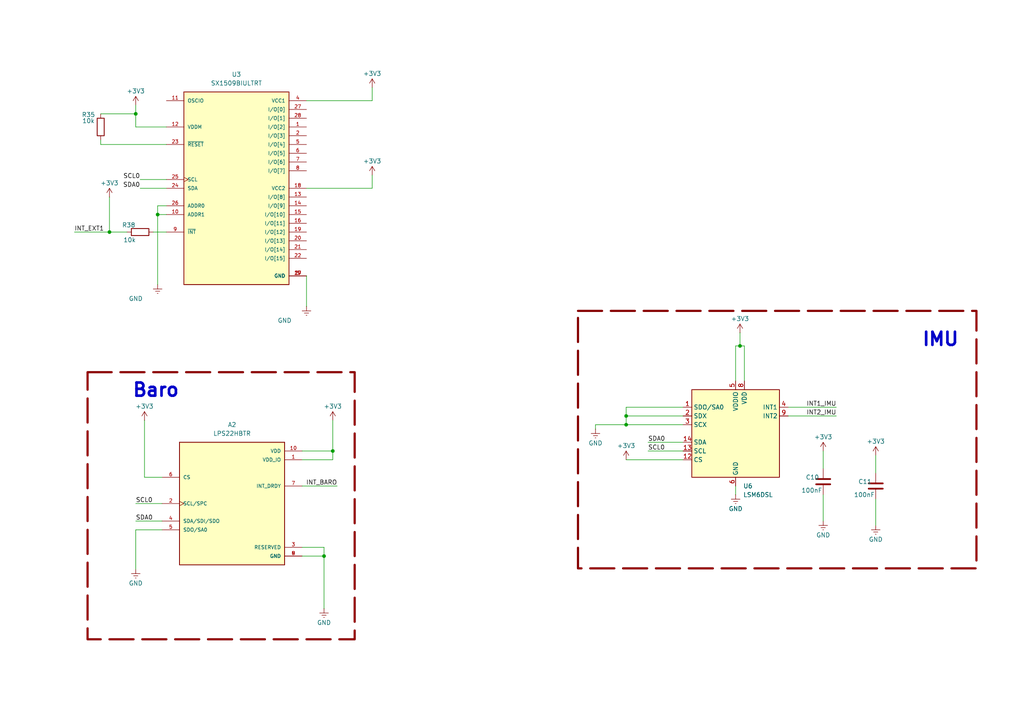
<source format=kicad_sch>
(kicad_sch
	(version 20231120)
	(generator "eeschema")
	(generator_version "8.0")
	(uuid "1f18923d-6cda-403d-ac47-b6a6c6136ded")
	(paper "A4")
	(title_block
		(title "µSIRIUS")
		(date "2025-07-19")
		(rev "1.0")
		(company "Centre Spatial Toulouse Matabiau")
	)
	(lib_symbols
		(symbol "Device:C"
			(pin_numbers hide)
			(pin_names
				(offset 0.254)
			)
			(exclude_from_sim no)
			(in_bom yes)
			(on_board yes)
			(property "Reference" "C"
				(at 0.635 2.54 0)
				(effects
					(font
						(size 1.27 1.27)
					)
					(justify left)
				)
			)
			(property "Value" "C"
				(at 0.635 -2.54 0)
				(effects
					(font
						(size 1.27 1.27)
					)
					(justify left)
				)
			)
			(property "Footprint" ""
				(at 0.9652 -3.81 0)
				(effects
					(font
						(size 1.27 1.27)
					)
					(hide yes)
				)
			)
			(property "Datasheet" "~"
				(at 0 0 0)
				(effects
					(font
						(size 1.27 1.27)
					)
					(hide yes)
				)
			)
			(property "Description" "Unpolarized capacitor"
				(at 0 0 0)
				(effects
					(font
						(size 1.27 1.27)
					)
					(hide yes)
				)
			)
			(property "ki_keywords" "cap capacitor"
				(at 0 0 0)
				(effects
					(font
						(size 1.27 1.27)
					)
					(hide yes)
				)
			)
			(property "ki_fp_filters" "C_*"
				(at 0 0 0)
				(effects
					(font
						(size 1.27 1.27)
					)
					(hide yes)
				)
			)
			(symbol "C_0_1"
				(polyline
					(pts
						(xy -2.032 -0.762) (xy 2.032 -0.762)
					)
					(stroke
						(width 0.508)
						(type default)
					)
					(fill
						(type none)
					)
				)
				(polyline
					(pts
						(xy -2.032 0.762) (xy 2.032 0.762)
					)
					(stroke
						(width 0.508)
						(type default)
					)
					(fill
						(type none)
					)
				)
			)
			(symbol "C_1_1"
				(pin passive line
					(at 0 3.81 270)
					(length 2.794)
					(name "~"
						(effects
							(font
								(size 1.27 1.27)
							)
						)
					)
					(number "1"
						(effects
							(font
								(size 1.27 1.27)
							)
						)
					)
				)
				(pin passive line
					(at 0 -3.81 90)
					(length 2.794)
					(name "~"
						(effects
							(font
								(size 1.27 1.27)
							)
						)
					)
					(number "2"
						(effects
							(font
								(size 1.27 1.27)
							)
						)
					)
				)
			)
		)
		(symbol "Device:R"
			(pin_numbers hide)
			(pin_names
				(offset 0)
			)
			(exclude_from_sim no)
			(in_bom yes)
			(on_board yes)
			(property "Reference" "R"
				(at 2.032 0 90)
				(effects
					(font
						(size 1.27 1.27)
					)
				)
			)
			(property "Value" "R"
				(at 0 0 90)
				(effects
					(font
						(size 1.27 1.27)
					)
				)
			)
			(property "Footprint" ""
				(at -1.778 0 90)
				(effects
					(font
						(size 1.27 1.27)
					)
					(hide yes)
				)
			)
			(property "Datasheet" "~"
				(at 0 0 0)
				(effects
					(font
						(size 1.27 1.27)
					)
					(hide yes)
				)
			)
			(property "Description" "Resistor"
				(at 0 0 0)
				(effects
					(font
						(size 1.27 1.27)
					)
					(hide yes)
				)
			)
			(property "ki_keywords" "R res resistor"
				(at 0 0 0)
				(effects
					(font
						(size 1.27 1.27)
					)
					(hide yes)
				)
			)
			(property "ki_fp_filters" "R_*"
				(at 0 0 0)
				(effects
					(font
						(size 1.27 1.27)
					)
					(hide yes)
				)
			)
			(symbol "R_0_1"
				(rectangle
					(start -1.016 -2.54)
					(end 1.016 2.54)
					(stroke
						(width 0.254)
						(type default)
					)
					(fill
						(type none)
					)
				)
			)
			(symbol "R_1_1"
				(pin passive line
					(at 0 3.81 270)
					(length 1.27)
					(name "~"
						(effects
							(font
								(size 1.27 1.27)
							)
						)
					)
					(number "1"
						(effects
							(font
								(size 1.27 1.27)
							)
						)
					)
				)
				(pin passive line
					(at 0 -3.81 90)
					(length 1.27)
					(name "~"
						(effects
							(font
								(size 1.27 1.27)
							)
						)
					)
					(number "2"
						(effects
							(font
								(size 1.27 1.27)
							)
						)
					)
				)
			)
		)
		(symbol "LPS22HBTR:LPS22HBTR"
			(pin_names
				(offset 1.016)
			)
			(exclude_from_sim no)
			(in_bom yes)
			(on_board yes)
			(property "Reference" "A"
				(at -15.24 20.32 0)
				(effects
					(font
						(size 1.27 1.27)
					)
					(justify left top)
				)
			)
			(property "Value" "LPS22HBTR"
				(at -15.24 -20.32 0)
				(effects
					(font
						(size 1.27 1.27)
					)
					(justify left bottom)
				)
			)
			(property "Footprint" "LPS22HBTR:PQFN50P200X200X80-10N"
				(at 0 0 0)
				(effects
					(font
						(size 1.27 1.27)
					)
					(justify bottom)
					(hide yes)
				)
			)
			(property "Datasheet" ""
				(at 0 0 0)
				(effects
					(font
						(size 1.27 1.27)
					)
					(hide yes)
				)
			)
			(property "Description" ""
				(at 0 0 0)
				(effects
					(font
						(size 1.27 1.27)
					)
					(hide yes)
				)
			)
			(property "MF" "STMicroelectronics"
				(at 0 0 0)
				(effects
					(font
						(size 1.27 1.27)
					)
					(justify bottom)
					(hide yes)
				)
			)
			(property "MAXIMUM_PACKAGE_HEIGHT" "0.8mm"
				(at 0 0 0)
				(effects
					(font
						(size 1.27 1.27)
					)
					(justify bottom)
					(hide yes)
				)
			)
			(property "Package" "WFLGA-10 STMicroelectronics"
				(at 0 0 0)
				(effects
					(font
						(size 1.27 1.27)
					)
					(justify bottom)
					(hide yes)
				)
			)
			(property "Price" "None"
				(at 0 0 0)
				(effects
					(font
						(size 1.27 1.27)
					)
					(justify bottom)
					(hide yes)
				)
			)
			(property "Check_prices" "https://www.snapeda.com/parts/LPS22HBTR/STMicroelectronics/view-part/?ref=eda"
				(at 0 0 0)
				(effects
					(font
						(size 1.27 1.27)
					)
					(justify bottom)
					(hide yes)
				)
			)
			(property "STANDARD" "IPC-7351B"
				(at 0 0 0)
				(effects
					(font
						(size 1.27 1.27)
					)
					(justify bottom)
					(hide yes)
				)
			)
			(property "PARTREV" "6"
				(at 0 0 0)
				(effects
					(font
						(size 1.27 1.27)
					)
					(justify bottom)
					(hide yes)
				)
			)
			(property "SnapEDA_Link" "https://www.snapeda.com/parts/LPS22HBTR/STMicroelectronics/view-part/?ref=snap"
				(at 0 0 0)
				(effects
					(font
						(size 1.27 1.27)
					)
					(justify bottom)
					(hide yes)
				)
			)
			(property "MP" "LPS22HBTR"
				(at 0 0 0)
				(effects
					(font
						(size 1.27 1.27)
					)
					(justify bottom)
					(hide yes)
				)
			)
			(property "Description_1" "\n                        \n                            Pressure Sensor 3.77PSI ~ 18.27PSI (26kPa ~ 126kPa) Absolute  24 b 10-WFLGA Exposed Pad\n                        \n"
				(at 0 0 0)
				(effects
					(font
						(size 1.27 1.27)
					)
					(justify bottom)
					(hide yes)
				)
			)
			(property "Availability" "In Stock"
				(at 0 0 0)
				(effects
					(font
						(size 1.27 1.27)
					)
					(justify bottom)
					(hide yes)
				)
			)
			(property "MANUFACTURER" "STMicroelectronics"
				(at 0 0 0)
				(effects
					(font
						(size 1.27 1.27)
					)
					(justify bottom)
					(hide yes)
				)
			)
			(symbol "LPS22HBTR_0_0"
				(rectangle
					(start -15.24 -17.78)
					(end 15.24 17.78)
					(stroke
						(width 0.254)
						(type default)
					)
					(fill
						(type background)
					)
				)
				(pin power_in line
					(at 20.32 12.7 180)
					(length 5.08)
					(name "VDD_IO"
						(effects
							(font
								(size 1.016 1.016)
							)
						)
					)
					(number "1"
						(effects
							(font
								(size 1.016 1.016)
							)
						)
					)
				)
				(pin power_in line
					(at 20.32 15.24 180)
					(length 5.08)
					(name "VDD"
						(effects
							(font
								(size 1.016 1.016)
							)
						)
					)
					(number "10"
						(effects
							(font
								(size 1.016 1.016)
							)
						)
					)
				)
				(pin input clock
					(at -20.32 0 0)
					(length 5.08)
					(name "SCL/SPC"
						(effects
							(font
								(size 1.016 1.016)
							)
						)
					)
					(number "2"
						(effects
							(font
								(size 1.016 1.016)
							)
						)
					)
				)
				(pin passive line
					(at 20.32 -12.7 180)
					(length 5.08)
					(name "RESERVED"
						(effects
							(font
								(size 1.016 1.016)
							)
						)
					)
					(number "3"
						(effects
							(font
								(size 1.016 1.016)
							)
						)
					)
				)
				(pin bidirectional line
					(at -20.32 -5.08 0)
					(length 5.08)
					(name "SDA/SDI/SDO"
						(effects
							(font
								(size 1.016 1.016)
							)
						)
					)
					(number "4"
						(effects
							(font
								(size 1.016 1.016)
							)
						)
					)
				)
				(pin bidirectional line
					(at -20.32 -7.62 0)
					(length 5.08)
					(name "SDO/SA0"
						(effects
							(font
								(size 1.016 1.016)
							)
						)
					)
					(number "5"
						(effects
							(font
								(size 1.016 1.016)
							)
						)
					)
				)
				(pin input line
					(at -20.32 7.62 0)
					(length 5.08)
					(name "CS"
						(effects
							(font
								(size 1.016 1.016)
							)
						)
					)
					(number "6"
						(effects
							(font
								(size 1.016 1.016)
							)
						)
					)
				)
				(pin output line
					(at 20.32 5.08 180)
					(length 5.08)
					(name "INT_DRDY"
						(effects
							(font
								(size 1.016 1.016)
							)
						)
					)
					(number "7"
						(effects
							(font
								(size 1.016 1.016)
							)
						)
					)
				)
				(pin power_in line
					(at 20.32 -15.24 180)
					(length 5.08)
					(name "GND"
						(effects
							(font
								(size 1.016 1.016)
							)
						)
					)
					(number "8"
						(effects
							(font
								(size 1.016 1.016)
							)
						)
					)
				)
				(pin power_in line
					(at 20.32 -15.24 180)
					(length 5.08)
					(name "GND"
						(effects
							(font
								(size 1.016 1.016)
							)
						)
					)
					(number "9"
						(effects
							(font
								(size 1.016 1.016)
							)
						)
					)
				)
			)
		)
		(symbol "SX1509:SX1509BIULTRT"
			(pin_names
				(offset 1.016)
			)
			(exclude_from_sim no)
			(in_bom yes)
			(on_board yes)
			(property "Reference" "U"
				(at -15.24 28.702 0)
				(effects
					(font
						(size 1.27 1.27)
					)
					(justify left bottom)
				)
			)
			(property "Value" "SX1509BIULTRT"
				(at -15.24 -30.48 0)
				(effects
					(font
						(size 1.27 1.27)
					)
					(justify left bottom)
				)
			)
			(property "Footprint" "SX1509BIULTRT:QFN40P400X400X60-29N"
				(at 0 0 0)
				(effects
					(font
						(size 1.27 1.27)
					)
					(justify bottom)
					(hide yes)
				)
			)
			(property "Datasheet" ""
				(at 0 0 0)
				(effects
					(font
						(size 1.27 1.27)
					)
					(hide yes)
				)
			)
			(property "Description" ""
				(at 0 0 0)
				(effects
					(font
						(size 1.27 1.27)
					)
					(hide yes)
				)
			)
			(property "SNAPEDA_PACKAGE_ID" "56799"
				(at 0 0 0)
				(effects
					(font
						(size 1.27 1.27)
					)
					(justify bottom)
					(hide yes)
				)
			)
			(property "B_NOM" "0.2"
				(at 0 0 0)
				(effects
					(font
						(size 1.27 1.27)
					)
					(justify bottom)
					(hide yes)
				)
			)
			(property "EMAX" ""
				(at 0 0 0)
				(effects
					(font
						(size 1.27 1.27)
					)
					(justify bottom)
					(hide yes)
				)
			)
			(property "VACANCIES" ""
				(at 0 0 0)
				(effects
					(font
						(size 1.27 1.27)
					)
					(justify bottom)
					(hide yes)
				)
			)
			(property "BALL_COLUMNS" ""
				(at 0 0 0)
				(effects
					(font
						(size 1.27 1.27)
					)
					(justify bottom)
					(hide yes)
				)
			)
			(property "PIN_COUNT_D" "7.0"
				(at 0 0 0)
				(effects
					(font
						(size 1.27 1.27)
					)
					(justify bottom)
					(hide yes)
				)
			)
			(property "THERMAL_PAD" ""
				(at 0 0 0)
				(effects
					(font
						(size 1.27 1.27)
					)
					(justify bottom)
					(hide yes)
				)
			)
			(property "B_MIN" "0.15"
				(at 0 0 0)
				(effects
					(font
						(size 1.27 1.27)
					)
					(justify bottom)
					(hide yes)
				)
			)
			(property "Check_prices" "https://www.snapeda.com/parts/SX1509BIULTRT/Semtech/view-part/?ref=eda"
				(at 0 0 0)
				(effects
					(font
						(size 1.27 1.27)
					)
					(justify bottom)
					(hide yes)
				)
			)
			(property "B_MAX" "0.25"
				(at 0 0 0)
				(effects
					(font
						(size 1.27 1.27)
					)
					(justify bottom)
					(hide yes)
				)
			)
			(property "Description_1" "\n                        \n                            I/O Expander 16 I2C 400 kHz 28-QFN-UT (4x4)\n                        \n"
				(at 0 0 0)
				(effects
					(font
						(size 1.27 1.27)
					)
					(justify bottom)
					(hide yes)
				)
			)
			(property "EMIN" ""
				(at 0 0 0)
				(effects
					(font
						(size 1.27 1.27)
					)
					(justify bottom)
					(hide yes)
				)
			)
			(property "JEDEC" ""
				(at 0 0 0)
				(effects
					(font
						(size 1.27 1.27)
					)
					(justify bottom)
					(hide yes)
				)
			)
			(property "Price" "None"
				(at 0 0 0)
				(effects
					(font
						(size 1.27 1.27)
					)
					(justify bottom)
					(hide yes)
				)
			)
			(property "ENOM" "0.4"
				(at 0 0 0)
				(effects
					(font
						(size 1.27 1.27)
					)
					(justify bottom)
					(hide yes)
				)
			)
			(property "D_NOM" "4.0"
				(at 0 0 0)
				(effects
					(font
						(size 1.27 1.27)
					)
					(justify bottom)
					(hide yes)
				)
			)
			(property "D_MAX" "4.1"
				(at 0 0 0)
				(effects
					(font
						(size 1.27 1.27)
					)
					(justify bottom)
					(hide yes)
				)
			)
			(property "L_MAX" "0.5"
				(at 0 0 0)
				(effects
					(font
						(size 1.27 1.27)
					)
					(justify bottom)
					(hide yes)
				)
			)
			(property "A_MAX" "0.6"
				(at 0 0 0)
				(effects
					(font
						(size 1.27 1.27)
					)
					(justify bottom)
					(hide yes)
				)
			)
			(property "Package" "UFQFN-28 Semtech"
				(at 0 0 0)
				(effects
					(font
						(size 1.27 1.27)
					)
					(justify bottom)
					(hide yes)
				)
			)
			(property "E2_NOM" "2.65"
				(at 0 0 0)
				(effects
					(font
						(size 1.27 1.27)
					)
					(justify bottom)
					(hide yes)
				)
			)
			(property "D2_NOM" "2.65"
				(at 0 0 0)
				(effects
					(font
						(size 1.27 1.27)
					)
					(justify bottom)
					(hide yes)
				)
			)
			(property "PARTREV" "Rev 4 – 26th April 2011"
				(at 0 0 0)
				(effects
					(font
						(size 1.27 1.27)
					)
					(justify bottom)
					(hide yes)
				)
			)
			(property "DNOM" ""
				(at 0 0 0)
				(effects
					(font
						(size 1.27 1.27)
					)
					(justify bottom)
					(hide yes)
				)
			)
			(property "SnapEDA_Link" "https://www.snapeda.com/parts/SX1509BIULTRT/Semtech/view-part/?ref=snap"
				(at 0 0 0)
				(effects
					(font
						(size 1.27 1.27)
					)
					(justify bottom)
					(hide yes)
				)
			)
			(property "DMIN" ""
				(at 0 0 0)
				(effects
					(font
						(size 1.27 1.27)
					)
					(justify bottom)
					(hide yes)
				)
			)
			(property "E_NOM" "4.0"
				(at 0 0 0)
				(effects
					(font
						(size 1.27 1.27)
					)
					(justify bottom)
					(hide yes)
				)
			)
			(property "BALL_ROWS" ""
				(at 0 0 0)
				(effects
					(font
						(size 1.27 1.27)
					)
					(justify bottom)
					(hide yes)
				)
			)
			(property "DMAX" ""
				(at 0 0 0)
				(effects
					(font
						(size 1.27 1.27)
					)
					(justify bottom)
					(hide yes)
				)
			)
			(property "STANDARD" "IPC 7351B"
				(at 0 0 0)
				(effects
					(font
						(size 1.27 1.27)
					)
					(justify bottom)
					(hide yes)
				)
			)
			(property "L_NOM" "0.4"
				(at 0 0 0)
				(effects
					(font
						(size 1.27 1.27)
					)
					(justify bottom)
					(hide yes)
				)
			)
			(property "MANUFACTURER" "Semtech"
				(at 0 0 0)
				(effects
					(font
						(size 1.27 1.27)
					)
					(justify bottom)
					(hide yes)
				)
			)
			(property "IPC" ""
				(at 0 0 0)
				(effects
					(font
						(size 1.27 1.27)
					)
					(justify bottom)
					(hide yes)
				)
			)
			(property "PIN_COLUMNS" ""
				(at 0 0 0)
				(effects
					(font
						(size 1.27 1.27)
					)
					(justify bottom)
					(hide yes)
				)
			)
			(property "MF" "Semtech"
				(at 0 0 0)
				(effects
					(font
						(size 1.27 1.27)
					)
					(justify bottom)
					(hide yes)
				)
			)
			(property "PIN_COUNT_E" "7.0"
				(at 0 0 0)
				(effects
					(font
						(size 1.27 1.27)
					)
					(justify bottom)
					(hide yes)
				)
			)
			(property "BODY_DIAMETER" ""
				(at 0 0 0)
				(effects
					(font
						(size 1.27 1.27)
					)
					(justify bottom)
					(hide yes)
				)
			)
			(property "E_MIN" "3.9"
				(at 0 0 0)
				(effects
					(font
						(size 1.27 1.27)
					)
					(justify bottom)
					(hide yes)
				)
			)
			(property "PACKAGE_TYPE" ""
				(at 0 0 0)
				(effects
					(font
						(size 1.27 1.27)
					)
					(justify bottom)
					(hide yes)
				)
			)
			(property "D_MIN" "3.9"
				(at 0 0 0)
				(effects
					(font
						(size 1.27 1.27)
					)
					(justify bottom)
					(hide yes)
				)
			)
			(property "MP" "SX1509BIULTRT"
				(at 0 0 0)
				(effects
					(font
						(size 1.27 1.27)
					)
					(justify bottom)
					(hide yes)
				)
			)
			(property "PINS" ""
				(at 0 0 0)
				(effects
					(font
						(size 1.27 1.27)
					)
					(justify bottom)
					(hide yes)
				)
			)
			(property "L_MIN" "0.3"
				(at 0 0 0)
				(effects
					(font
						(size 1.27 1.27)
					)
					(justify bottom)
					(hide yes)
				)
			)
			(property "Availability" "In Stock"
				(at 0 0 0)
				(effects
					(font
						(size 1.27 1.27)
					)
					(justify bottom)
					(hide yes)
				)
			)
			(property "E_MAX" "4.1"
				(at 0 0 0)
				(effects
					(font
						(size 1.27 1.27)
					)
					(justify bottom)
					(hide yes)
				)
			)
			(symbol "SX1509BIULTRT_0_0"
				(rectangle
					(start -15.24 -27.94)
					(end 15.24 27.94)
					(stroke
						(width 0.254)
						(type default)
					)
					(fill
						(type background)
					)
				)
				(pin bidirectional line
					(at 20.32 17.78 180)
					(length 5.08)
					(name "I/O[2]"
						(effects
							(font
								(size 1.016 1.016)
							)
						)
					)
					(number "1"
						(effects
							(font
								(size 1.016 1.016)
							)
						)
					)
				)
				(pin input line
					(at -20.32 -7.62 0)
					(length 5.08)
					(name "ADDR1"
						(effects
							(font
								(size 1.016 1.016)
							)
						)
					)
					(number "10"
						(effects
							(font
								(size 1.016 1.016)
							)
						)
					)
				)
				(pin bidirectional line
					(at -20.32 25.4 0)
					(length 5.08)
					(name "OSCIO"
						(effects
							(font
								(size 1.016 1.016)
							)
						)
					)
					(number "11"
						(effects
							(font
								(size 1.016 1.016)
							)
						)
					)
				)
				(pin power_in line
					(at -20.32 17.78 0)
					(length 5.08)
					(name "VDDM"
						(effects
							(font
								(size 1.016 1.016)
							)
						)
					)
					(number "12"
						(effects
							(font
								(size 1.016 1.016)
							)
						)
					)
				)
				(pin bidirectional line
					(at 20.32 -2.54 180)
					(length 5.08)
					(name "I/O[8]"
						(effects
							(font
								(size 1.016 1.016)
							)
						)
					)
					(number "13"
						(effects
							(font
								(size 1.016 1.016)
							)
						)
					)
				)
				(pin bidirectional line
					(at 20.32 -5.08 180)
					(length 5.08)
					(name "I/O[9]"
						(effects
							(font
								(size 1.016 1.016)
							)
						)
					)
					(number "14"
						(effects
							(font
								(size 1.016 1.016)
							)
						)
					)
				)
				(pin bidirectional line
					(at 20.32 -7.62 180)
					(length 5.08)
					(name "I/O[10]"
						(effects
							(font
								(size 1.016 1.016)
							)
						)
					)
					(number "15"
						(effects
							(font
								(size 1.016 1.016)
							)
						)
					)
				)
				(pin bidirectional line
					(at 20.32 -10.16 180)
					(length 5.08)
					(name "I/O[11]"
						(effects
							(font
								(size 1.016 1.016)
							)
						)
					)
					(number "16"
						(effects
							(font
								(size 1.016 1.016)
							)
						)
					)
				)
				(pin power_in line
					(at 20.32 -25.4 180)
					(length 5.08)
					(name "GND"
						(effects
							(font
								(size 1.016 1.016)
							)
						)
					)
					(number "17"
						(effects
							(font
								(size 1.016 1.016)
							)
						)
					)
				)
				(pin power_in line
					(at 20.32 0 180)
					(length 5.08)
					(name "VCC2"
						(effects
							(font
								(size 1.016 1.016)
							)
						)
					)
					(number "18"
						(effects
							(font
								(size 1.016 1.016)
							)
						)
					)
				)
				(pin bidirectional line
					(at 20.32 -12.7 180)
					(length 5.08)
					(name "I/O[12]"
						(effects
							(font
								(size 1.016 1.016)
							)
						)
					)
					(number "19"
						(effects
							(font
								(size 1.016 1.016)
							)
						)
					)
				)
				(pin bidirectional line
					(at 20.32 15.24 180)
					(length 5.08)
					(name "I/O[3]"
						(effects
							(font
								(size 1.016 1.016)
							)
						)
					)
					(number "2"
						(effects
							(font
								(size 1.016 1.016)
							)
						)
					)
				)
				(pin bidirectional line
					(at 20.32 -15.24 180)
					(length 5.08)
					(name "I/O[13]"
						(effects
							(font
								(size 1.016 1.016)
							)
						)
					)
					(number "20"
						(effects
							(font
								(size 1.016 1.016)
							)
						)
					)
				)
				(pin bidirectional line
					(at 20.32 -17.78 180)
					(length 5.08)
					(name "I/O[14]"
						(effects
							(font
								(size 1.016 1.016)
							)
						)
					)
					(number "21"
						(effects
							(font
								(size 1.016 1.016)
							)
						)
					)
				)
				(pin bidirectional line
					(at 20.32 -20.32 180)
					(length 5.08)
					(name "I/O[15]"
						(effects
							(font
								(size 1.016 1.016)
							)
						)
					)
					(number "22"
						(effects
							(font
								(size 1.016 1.016)
							)
						)
					)
				)
				(pin input line
					(at -20.32 12.7 0)
					(length 5.08)
					(name "~{RESET}"
						(effects
							(font
								(size 1.016 1.016)
							)
						)
					)
					(number "23"
						(effects
							(font
								(size 1.016 1.016)
							)
						)
					)
				)
				(pin bidirectional line
					(at -20.32 0 0)
					(length 5.08)
					(name "SDA"
						(effects
							(font
								(size 1.016 1.016)
							)
						)
					)
					(number "24"
						(effects
							(font
								(size 1.016 1.016)
							)
						)
					)
				)
				(pin input clock
					(at -20.32 2.54 0)
					(length 5.08)
					(name "SCL"
						(effects
							(font
								(size 1.016 1.016)
							)
						)
					)
					(number "25"
						(effects
							(font
								(size 1.016 1.016)
							)
						)
					)
				)
				(pin input line
					(at -20.32 -5.08 0)
					(length 5.08)
					(name "ADDR0"
						(effects
							(font
								(size 1.016 1.016)
							)
						)
					)
					(number "26"
						(effects
							(font
								(size 1.016 1.016)
							)
						)
					)
				)
				(pin bidirectional line
					(at 20.32 22.86 180)
					(length 5.08)
					(name "I/O[0]"
						(effects
							(font
								(size 1.016 1.016)
							)
						)
					)
					(number "27"
						(effects
							(font
								(size 1.016 1.016)
							)
						)
					)
				)
				(pin bidirectional line
					(at 20.32 20.32 180)
					(length 5.08)
					(name "I/O[1]"
						(effects
							(font
								(size 1.016 1.016)
							)
						)
					)
					(number "28"
						(effects
							(font
								(size 1.016 1.016)
							)
						)
					)
				)
				(pin power_in line
					(at 20.32 -25.4 180)
					(length 5.08)
					(name "GND"
						(effects
							(font
								(size 1.016 1.016)
							)
						)
					)
					(number "29"
						(effects
							(font
								(size 1.016 1.016)
							)
						)
					)
				)
				(pin power_in line
					(at 20.32 -25.4 180)
					(length 5.08)
					(name "GND"
						(effects
							(font
								(size 1.016 1.016)
							)
						)
					)
					(number "3"
						(effects
							(font
								(size 1.016 1.016)
							)
						)
					)
				)
				(pin power_in line
					(at 20.32 25.4 180)
					(length 5.08)
					(name "VCC1"
						(effects
							(font
								(size 1.016 1.016)
							)
						)
					)
					(number "4"
						(effects
							(font
								(size 1.016 1.016)
							)
						)
					)
				)
				(pin bidirectional line
					(at 20.32 12.7 180)
					(length 5.08)
					(name "I/O[4]"
						(effects
							(font
								(size 1.016 1.016)
							)
						)
					)
					(number "5"
						(effects
							(font
								(size 1.016 1.016)
							)
						)
					)
				)
				(pin bidirectional line
					(at 20.32 10.16 180)
					(length 5.08)
					(name "I/O[5]"
						(effects
							(font
								(size 1.016 1.016)
							)
						)
					)
					(number "6"
						(effects
							(font
								(size 1.016 1.016)
							)
						)
					)
				)
				(pin bidirectional line
					(at 20.32 7.62 180)
					(length 5.08)
					(name "I/O[6]"
						(effects
							(font
								(size 1.016 1.016)
							)
						)
					)
					(number "7"
						(effects
							(font
								(size 1.016 1.016)
							)
						)
					)
				)
				(pin bidirectional line
					(at 20.32 5.08 180)
					(length 5.08)
					(name "I/O[7]"
						(effects
							(font
								(size 1.016 1.016)
							)
						)
					)
					(number "8"
						(effects
							(font
								(size 1.016 1.016)
							)
						)
					)
				)
				(pin output line
					(at -20.32 -12.7 0)
					(length 5.08)
					(name "~{INT}"
						(effects
							(font
								(size 1.016 1.016)
							)
						)
					)
					(number "9"
						(effects
							(font
								(size 1.016 1.016)
							)
						)
					)
				)
			)
		)
		(symbol "Sensor_Motion:LSM6DSL"
			(exclude_from_sim no)
			(in_bom yes)
			(on_board yes)
			(property "Reference" "U"
				(at -11.43 15.24 0)
				(effects
					(font
						(size 1.27 1.27)
					)
					(justify left)
				)
			)
			(property "Value" "LSM6DSL"
				(at -11.43 12.7 0)
				(effects
					(font
						(size 1.27 1.27)
					)
					(justify left bottom)
				)
			)
			(property "Footprint" "Package_LGA:LGA-14_3x2.5mm_P0.5mm_LayoutBorder3x4y"
				(at -10.16 -17.78 0)
				(effects
					(font
						(size 1.27 1.27)
					)
					(justify left)
					(hide yes)
				)
			)
			(property "Datasheet" "https://www.st.com/resource/en/datasheet/lsm6dsl.pdf"
				(at 2.54 -16.51 0)
				(effects
					(font
						(size 1.27 1.27)
					)
					(hide yes)
				)
			)
			(property "Description" "I2C/SPI, iNEMO inertial module: always-on 3D accelerometer and 3D gyroscope, 1.71V to 3.6V VCC"
				(at 0 0 0)
				(effects
					(font
						(size 1.27 1.27)
					)
					(hide yes)
				)
			)
			(property "ki_keywords" "Accelerometer Gyroscope MEMS"
				(at 0 0 0)
				(effects
					(font
						(size 1.27 1.27)
					)
					(hide yes)
				)
			)
			(property "ki_fp_filters" "LGA*3x2.5mm*P0.5mm*LayoutBorder3x4y*"
				(at 0 0 0)
				(effects
					(font
						(size 1.27 1.27)
					)
					(hide yes)
				)
			)
			(symbol "LSM6DSL_0_1"
				(rectangle
					(start -12.7 12.7)
					(end 12.7 -12.7)
					(stroke
						(width 0.254)
						(type default)
					)
					(fill
						(type background)
					)
				)
			)
			(symbol "LSM6DSL_1_1"
				(pin bidirectional line
					(at -15.24 7.62 0)
					(length 2.54)
					(name "SDO/SA0"
						(effects
							(font
								(size 1.27 1.27)
							)
						)
					)
					(number "1"
						(effects
							(font
								(size 1.27 1.27)
							)
						)
					)
				)
				(pin no_connect line
					(at 12.7 -5.08 180)
					(length 3.81) hide
					(name "NC"
						(effects
							(font
								(size 1.27 1.27)
							)
						)
					)
					(number "10"
						(effects
							(font
								(size 1.27 1.27)
							)
						)
					)
				)
				(pin no_connect line
					(at 12.7 -2.54 180)
					(length 3.81) hide
					(name "NC"
						(effects
							(font
								(size 1.27 1.27)
							)
						)
					)
					(number "11"
						(effects
							(font
								(size 1.27 1.27)
							)
						)
					)
				)
				(pin input line
					(at -15.24 -7.62 0)
					(length 2.54)
					(name "CS"
						(effects
							(font
								(size 1.27 1.27)
							)
						)
					)
					(number "12"
						(effects
							(font
								(size 1.27 1.27)
							)
						)
					)
				)
				(pin input line
					(at -15.24 -5.08 0)
					(length 2.54)
					(name "SCL"
						(effects
							(font
								(size 1.27 1.27)
							)
						)
					)
					(number "13"
						(effects
							(font
								(size 1.27 1.27)
							)
						)
					)
				)
				(pin bidirectional line
					(at -15.24 -2.54 0)
					(length 2.54)
					(name "SDA"
						(effects
							(font
								(size 1.27 1.27)
							)
						)
					)
					(number "14"
						(effects
							(font
								(size 1.27 1.27)
							)
						)
					)
				)
				(pin bidirectional line
					(at -15.24 5.08 0)
					(length 2.54)
					(name "SDX"
						(effects
							(font
								(size 1.27 1.27)
							)
						)
					)
					(number "2"
						(effects
							(font
								(size 1.27 1.27)
							)
						)
					)
				)
				(pin input line
					(at -15.24 2.54 0)
					(length 2.54)
					(name "SCX"
						(effects
							(font
								(size 1.27 1.27)
							)
						)
					)
					(number "3"
						(effects
							(font
								(size 1.27 1.27)
							)
						)
					)
				)
				(pin output line
					(at 15.24 7.62 180)
					(length 2.54)
					(name "INT1"
						(effects
							(font
								(size 1.27 1.27)
							)
						)
					)
					(number "4"
						(effects
							(font
								(size 1.27 1.27)
							)
						)
					)
				)
				(pin power_in line
					(at 0 15.24 270)
					(length 2.54)
					(name "VDDIO"
						(effects
							(font
								(size 1.27 1.27)
							)
						)
					)
					(number "5"
						(effects
							(font
								(size 1.27 1.27)
							)
						)
					)
				)
				(pin power_in line
					(at 0 -15.24 90)
					(length 2.54)
					(name "GND"
						(effects
							(font
								(size 1.27 1.27)
							)
						)
					)
					(number "6"
						(effects
							(font
								(size 1.27 1.27)
							)
						)
					)
				)
				(pin passive line
					(at 0 -15.24 90)
					(length 2.54) hide
					(name "GND"
						(effects
							(font
								(size 1.27 1.27)
							)
						)
					)
					(number "7"
						(effects
							(font
								(size 1.27 1.27)
							)
						)
					)
				)
				(pin power_in line
					(at 2.54 15.24 270)
					(length 2.54)
					(name "VDD"
						(effects
							(font
								(size 1.27 1.27)
							)
						)
					)
					(number "8"
						(effects
							(font
								(size 1.27 1.27)
							)
						)
					)
				)
				(pin output line
					(at 15.24 5.08 180)
					(length 2.54)
					(name "INT2"
						(effects
							(font
								(size 1.27 1.27)
							)
						)
					)
					(number "9"
						(effects
							(font
								(size 1.27 1.27)
							)
						)
					)
				)
			)
		)
		(symbol "power:+3V3"
			(power)
			(pin_numbers hide)
			(pin_names
				(offset 0) hide)
			(exclude_from_sim no)
			(in_bom yes)
			(on_board yes)
			(property "Reference" "#PWR"
				(at 0 -3.81 0)
				(effects
					(font
						(size 1.27 1.27)
					)
					(hide yes)
				)
			)
			(property "Value" "+3V3"
				(at 0 3.556 0)
				(effects
					(font
						(size 1.27 1.27)
					)
				)
			)
			(property "Footprint" ""
				(at 0 0 0)
				(effects
					(font
						(size 1.27 1.27)
					)
					(hide yes)
				)
			)
			(property "Datasheet" ""
				(at 0 0 0)
				(effects
					(font
						(size 1.27 1.27)
					)
					(hide yes)
				)
			)
			(property "Description" "Power symbol creates a global label with name \"+3V3\""
				(at 0 0 0)
				(effects
					(font
						(size 1.27 1.27)
					)
					(hide yes)
				)
			)
			(property "ki_keywords" "global power"
				(at 0 0 0)
				(effects
					(font
						(size 1.27 1.27)
					)
					(hide yes)
				)
			)
			(symbol "+3V3_0_1"
				(polyline
					(pts
						(xy -0.762 1.27) (xy 0 2.54)
					)
					(stroke
						(width 0)
						(type default)
					)
					(fill
						(type none)
					)
				)
				(polyline
					(pts
						(xy 0 0) (xy 0 2.54)
					)
					(stroke
						(width 0)
						(type default)
					)
					(fill
						(type none)
					)
				)
				(polyline
					(pts
						(xy 0 2.54) (xy 0.762 1.27)
					)
					(stroke
						(width 0)
						(type default)
					)
					(fill
						(type none)
					)
				)
			)
			(symbol "+3V3_1_1"
				(pin power_in line
					(at 0 0 90)
					(length 0)
					(name "~"
						(effects
							(font
								(size 1.27 1.27)
							)
						)
					)
					(number "1"
						(effects
							(font
								(size 1.27 1.27)
							)
						)
					)
				)
			)
		)
		(symbol "power:Earth"
			(power)
			(pin_numbers hide)
			(pin_names
				(offset 0) hide)
			(exclude_from_sim no)
			(in_bom yes)
			(on_board yes)
			(property "Reference" "#PWR"
				(at 0 -6.35 0)
				(effects
					(font
						(size 1.27 1.27)
					)
					(hide yes)
				)
			)
			(property "Value" "Earth"
				(at 0 -3.81 0)
				(effects
					(font
						(size 1.27 1.27)
					)
				)
			)
			(property "Footprint" ""
				(at 0 0 0)
				(effects
					(font
						(size 1.27 1.27)
					)
					(hide yes)
				)
			)
			(property "Datasheet" "~"
				(at 0 0 0)
				(effects
					(font
						(size 1.27 1.27)
					)
					(hide yes)
				)
			)
			(property "Description" "Power symbol creates a global label with name \"Earth\""
				(at 0 0 0)
				(effects
					(font
						(size 1.27 1.27)
					)
					(hide yes)
				)
			)
			(property "ki_keywords" "global ground gnd"
				(at 0 0 0)
				(effects
					(font
						(size 1.27 1.27)
					)
					(hide yes)
				)
			)
			(symbol "Earth_0_1"
				(polyline
					(pts
						(xy -0.635 -1.905) (xy 0.635 -1.905)
					)
					(stroke
						(width 0)
						(type default)
					)
					(fill
						(type none)
					)
				)
				(polyline
					(pts
						(xy -0.127 -2.54) (xy 0.127 -2.54)
					)
					(stroke
						(width 0)
						(type default)
					)
					(fill
						(type none)
					)
				)
				(polyline
					(pts
						(xy 0 -1.27) (xy 0 0)
					)
					(stroke
						(width 0)
						(type default)
					)
					(fill
						(type none)
					)
				)
				(polyline
					(pts
						(xy 1.27 -1.27) (xy -1.27 -1.27)
					)
					(stroke
						(width 0)
						(type default)
					)
					(fill
						(type none)
					)
				)
			)
			(symbol "Earth_1_1"
				(pin power_in line
					(at 0 0 270)
					(length 0)
					(name "~"
						(effects
							(font
								(size 1.27 1.27)
							)
						)
					)
					(number "1"
						(effects
							(font
								(size 1.27 1.27)
							)
						)
					)
				)
			)
		)
	)
	(junction
		(at 45.72 62.23)
		(diameter 0)
		(color 0 0 0 0)
		(uuid "0c29fc80-38a1-423d-9259-6a26b1fd3217")
	)
	(junction
		(at 93.98 161.29)
		(diameter 0)
		(color 0 0 0 0)
		(uuid "2249d9c3-57f6-406b-b6a2-8cd579fbf2ec")
	)
	(junction
		(at 39.37 33.02)
		(diameter 0)
		(color 0 0 0 0)
		(uuid "3dc56fe6-abb2-40af-bb1b-997c018682f6")
	)
	(junction
		(at 96.52 130.81)
		(diameter 0)
		(color 0 0 0 0)
		(uuid "5badcbe8-40d7-40f6-99b3-9849460a4c15")
	)
	(junction
		(at 31.75 67.31)
		(diameter 0)
		(color 0 0 0 0)
		(uuid "80b60147-73ee-459d-b9af-cf2c109cee83")
	)
	(junction
		(at 181.61 120.65)
		(diameter 0)
		(color 0 0 0 0)
		(uuid "dc8a0b48-d0ac-4fee-a693-55d21f1eefd2")
	)
	(junction
		(at 214.63 100.33)
		(diameter 0)
		(color 0 0 0 0)
		(uuid "e279d878-13fe-4feb-abd9-785454c54f70")
	)
	(junction
		(at 181.61 123.19)
		(diameter 0)
		(color 0 0 0 0)
		(uuid "f0d5e8c3-55b7-43d0-b07a-fcc3fba7901b")
	)
	(wire
		(pts
			(xy 29.21 33.02) (xy 39.37 33.02)
		)
		(stroke
			(width 0)
			(type default)
		)
		(uuid "017332c7-79f1-47ec-8e52-10641c76bd74")
	)
	(wire
		(pts
			(xy 172.72 123.19) (xy 172.72 124.46)
		)
		(stroke
			(width 0)
			(type default)
		)
		(uuid "0a37cf33-b482-4b2c-a7e3-8305fe80ee9a")
	)
	(wire
		(pts
			(xy 39.37 153.67) (xy 39.37 165.1)
		)
		(stroke
			(width 0)
			(type default)
		)
		(uuid "11359309-06e5-4e14-ada8-3552e46ee620")
	)
	(wire
		(pts
			(xy 198.12 118.11) (xy 181.61 118.11)
		)
		(stroke
			(width 0)
			(type default)
		)
		(uuid "1203da74-bace-4932-a5b3-0c94364b0ddc")
	)
	(wire
		(pts
			(xy 107.95 50.8) (xy 107.95 54.61)
		)
		(stroke
			(width 0)
			(type default)
		)
		(uuid "13cb40cc-513c-4481-b573-16ed2a4042c4")
	)
	(wire
		(pts
			(xy 96.52 121.92) (xy 96.52 130.81)
		)
		(stroke
			(width 0)
			(type default)
		)
		(uuid "1983eb5a-778d-4255-90fd-ad4aa800bb22")
	)
	(wire
		(pts
			(xy 215.9 100.33) (xy 215.9 110.49)
		)
		(stroke
			(width 0)
			(type default)
		)
		(uuid "1f50b68e-7b86-4b38-97f3-d69cf686ef01")
	)
	(wire
		(pts
			(xy 39.37 30.48) (xy 39.37 33.02)
		)
		(stroke
			(width 0)
			(type default)
		)
		(uuid "22150fba-ee05-475d-9d48-085675d3826f")
	)
	(wire
		(pts
			(xy 48.26 59.69) (xy 45.72 59.69)
		)
		(stroke
			(width 0)
			(type default)
		)
		(uuid "33cbaec9-a665-4706-a21e-885d40e46c63")
	)
	(wire
		(pts
			(xy 107.95 29.21) (xy 88.9 29.21)
		)
		(stroke
			(width 0)
			(type default)
		)
		(uuid "388e40ad-6bfb-4001-98c4-b8c7030b1bf7")
	)
	(wire
		(pts
			(xy 44.45 67.31) (xy 48.26 67.31)
		)
		(stroke
			(width 0)
			(type default)
		)
		(uuid "3a2ef521-8127-4941-a58b-110682676ad0")
	)
	(wire
		(pts
			(xy 88.9 80.01) (xy 88.9 88.9)
		)
		(stroke
			(width 0)
			(type default)
		)
		(uuid "3cf028a2-217e-46ed-b258-5c3f6bf97b66")
	)
	(wire
		(pts
			(xy 181.61 123.19) (xy 198.12 123.19)
		)
		(stroke
			(width 0)
			(type default)
		)
		(uuid "3fa23e01-1540-43c1-92c4-38a163551113")
	)
	(wire
		(pts
			(xy 97.79 140.97) (xy 87.63 140.97)
		)
		(stroke
			(width 0)
			(type default)
		)
		(uuid "45b68eef-fe24-4d81-aced-44085d9f692a")
	)
	(wire
		(pts
			(xy 39.37 36.83) (xy 48.26 36.83)
		)
		(stroke
			(width 0)
			(type default)
		)
		(uuid "47310a9a-48e0-4588-944a-dbb797526ca0")
	)
	(wire
		(pts
			(xy 187.96 128.27) (xy 198.12 128.27)
		)
		(stroke
			(width 0)
			(type default)
		)
		(uuid "495e7fc1-bebc-4669-a323-c7dc0a7f09ff")
	)
	(wire
		(pts
			(xy 254 152.4) (xy 254 144.78)
		)
		(stroke
			(width 0)
			(type default)
		)
		(uuid "4fd12d30-b8de-4673-8a80-3c30a777ccd7")
	)
	(wire
		(pts
			(xy 181.61 118.11) (xy 181.61 120.65)
		)
		(stroke
			(width 0)
			(type default)
		)
		(uuid "51447532-df4e-4f6b-bb36-826c5bd94b01")
	)
	(wire
		(pts
			(xy 31.75 57.15) (xy 31.75 67.31)
		)
		(stroke
			(width 0)
			(type default)
		)
		(uuid "54692b4b-4302-4be5-a0fb-aadd4d9fb5c7")
	)
	(wire
		(pts
			(xy 214.63 100.33) (xy 215.9 100.33)
		)
		(stroke
			(width 0)
			(type default)
		)
		(uuid "5b71b402-d499-408d-ba08-c65ffb8ff5e2")
	)
	(wire
		(pts
			(xy 48.26 41.91) (xy 29.21 41.91)
		)
		(stroke
			(width 0)
			(type default)
		)
		(uuid "5d46adb6-0486-4113-a7f9-a04dbdf4dce6")
	)
	(wire
		(pts
			(xy 187.96 130.81) (xy 198.12 130.81)
		)
		(stroke
			(width 0)
			(type default)
		)
		(uuid "637f2641-7d69-46ac-bc1c-c7b8f36a16ad")
	)
	(wire
		(pts
			(xy 45.72 62.23) (xy 45.72 82.55)
		)
		(stroke
			(width 0)
			(type default)
		)
		(uuid "65ac451d-633a-4e4f-8c7e-42a197cc6a32")
	)
	(wire
		(pts
			(xy 254 132.08) (xy 254 137.16)
		)
		(stroke
			(width 0)
			(type default)
		)
		(uuid "673c1d18-27bc-4275-859a-28db9cdad84a")
	)
	(wire
		(pts
			(xy 213.36 100.33) (xy 214.63 100.33)
		)
		(stroke
			(width 0)
			(type default)
		)
		(uuid "71427e7c-2366-45eb-8d5b-e0b350105df1")
	)
	(wire
		(pts
			(xy 39.37 146.05) (xy 46.99 146.05)
		)
		(stroke
			(width 0)
			(type default)
		)
		(uuid "74990f90-8a4a-4658-8f58-6b34fe5c3462")
	)
	(wire
		(pts
			(xy 107.95 54.61) (xy 88.9 54.61)
		)
		(stroke
			(width 0)
			(type default)
		)
		(uuid "80997d50-ff5f-4563-b145-1009c34674a9")
	)
	(wire
		(pts
			(xy 96.52 130.81) (xy 87.63 130.81)
		)
		(stroke
			(width 0)
			(type default)
		)
		(uuid "87592400-e450-4095-928f-5233c17990f7")
	)
	(wire
		(pts
			(xy 213.36 143.51) (xy 213.36 140.97)
		)
		(stroke
			(width 0)
			(type default)
		)
		(uuid "897dfa49-45ca-40e6-971f-a61aaa7c3487")
	)
	(wire
		(pts
			(xy 41.91 121.92) (xy 41.91 138.43)
		)
		(stroke
			(width 0)
			(type default)
		)
		(uuid "8c427427-2958-4a19-86bd-3fc5b2dacd44")
	)
	(wire
		(pts
			(xy 45.72 59.69) (xy 45.72 62.23)
		)
		(stroke
			(width 0)
			(type default)
		)
		(uuid "8c4e44e3-7608-4c57-95ef-65ccf791caa4")
	)
	(wire
		(pts
			(xy 39.37 33.02) (xy 39.37 36.83)
		)
		(stroke
			(width 0)
			(type default)
		)
		(uuid "8d11e972-4825-44ee-910d-f6dff1f27db1")
	)
	(wire
		(pts
			(xy 29.21 40.64) (xy 29.21 41.91)
		)
		(stroke
			(width 0)
			(type default)
		)
		(uuid "8d2f09a1-ba67-406a-bbf7-a3a89c6b5067")
	)
	(wire
		(pts
			(xy 181.61 120.65) (xy 181.61 123.19)
		)
		(stroke
			(width 0)
			(type default)
		)
		(uuid "8f2a55e2-3873-4190-9f4d-00ec57b064e6")
	)
	(wire
		(pts
			(xy 181.61 120.65) (xy 198.12 120.65)
		)
		(stroke
			(width 0)
			(type default)
		)
		(uuid "914e346c-98a7-4076-8834-156c4e747796")
	)
	(wire
		(pts
			(xy 181.61 133.35) (xy 198.12 133.35)
		)
		(stroke
			(width 0)
			(type default)
		)
		(uuid "94482d80-21b4-4bac-bbc2-d440c5896c35")
	)
	(wire
		(pts
			(xy 213.36 110.49) (xy 213.36 100.33)
		)
		(stroke
			(width 0)
			(type default)
		)
		(uuid "951fee0d-b767-4116-9ed3-a4cd4f9d3d07")
	)
	(wire
		(pts
			(xy 31.75 67.31) (xy 36.83 67.31)
		)
		(stroke
			(width 0)
			(type default)
		)
		(uuid "9942d443-da51-4726-a03d-759b1d4d1754")
	)
	(wire
		(pts
			(xy 228.6 120.65) (xy 242.57 120.65)
		)
		(stroke
			(width 0)
			(type default)
		)
		(uuid "9b559731-cccd-4f91-9e88-c371bced39cf")
	)
	(wire
		(pts
			(xy 46.99 153.67) (xy 39.37 153.67)
		)
		(stroke
			(width 0)
			(type default)
		)
		(uuid "9c60aace-118a-4f71-b395-bf5116128ece")
	)
	(wire
		(pts
			(xy 96.52 130.81) (xy 96.52 133.35)
		)
		(stroke
			(width 0)
			(type default)
		)
		(uuid "a29e5cbe-02d1-463d-8059-d6a5a24a1ad8")
	)
	(wire
		(pts
			(xy 40.64 52.07) (xy 48.26 52.07)
		)
		(stroke
			(width 0)
			(type default)
		)
		(uuid "a53a4866-5b61-4f50-b430-fc06e0471511")
	)
	(wire
		(pts
			(xy 87.63 161.29) (xy 93.98 161.29)
		)
		(stroke
			(width 0)
			(type default)
		)
		(uuid "a7d13661-c0d3-4ed8-a3f8-c44e03283617")
	)
	(wire
		(pts
			(xy 238.76 130.81) (xy 238.76 135.89)
		)
		(stroke
			(width 0)
			(type default)
		)
		(uuid "b33f9f5b-8c34-414b-916c-31beca97d9e3")
	)
	(wire
		(pts
			(xy 45.72 62.23) (xy 48.26 62.23)
		)
		(stroke
			(width 0)
			(type default)
		)
		(uuid "b4c30b77-989d-4b23-8010-67d6b0246fb7")
	)
	(wire
		(pts
			(xy 172.72 123.19) (xy 181.61 123.19)
		)
		(stroke
			(width 0)
			(type default)
		)
		(uuid "b9a17371-1220-4807-8c23-94b2b39db987")
	)
	(wire
		(pts
			(xy 21.59 67.31) (xy 31.75 67.31)
		)
		(stroke
			(width 0)
			(type default)
		)
		(uuid "badc16c9-c065-43b0-9792-eceba839814a")
	)
	(wire
		(pts
			(xy 40.64 54.61) (xy 48.26 54.61)
		)
		(stroke
			(width 0)
			(type default)
		)
		(uuid "bb430f17-3277-4e1b-9009-21d8316924e2")
	)
	(wire
		(pts
			(xy 107.95 25.4) (xy 107.95 29.21)
		)
		(stroke
			(width 0)
			(type default)
		)
		(uuid "bc7b9f28-1cd8-4659-a17a-87fc915b86f4")
	)
	(wire
		(pts
			(xy 87.63 158.75) (xy 93.98 158.75)
		)
		(stroke
			(width 0)
			(type default)
		)
		(uuid "bd0e27e9-b278-4697-b041-04e90c8636b0")
	)
	(wire
		(pts
			(xy 238.76 151.13) (xy 238.76 143.51)
		)
		(stroke
			(width 0)
			(type default)
		)
		(uuid "c688a7ca-1ba1-407a-8ded-7548b6bc9ba0")
	)
	(wire
		(pts
			(xy 39.37 151.13) (xy 46.99 151.13)
		)
		(stroke
			(width 0)
			(type default)
		)
		(uuid "c7e7db25-ab19-4143-8b44-657e28ba7870")
	)
	(wire
		(pts
			(xy 93.98 161.29) (xy 93.98 176.53)
		)
		(stroke
			(width 0)
			(type default)
		)
		(uuid "c844d9fa-4874-440f-951a-d57b84db8675")
	)
	(wire
		(pts
			(xy 87.63 133.35) (xy 96.52 133.35)
		)
		(stroke
			(width 0)
			(type default)
		)
		(uuid "cc664602-4a5e-49c8-ad34-a9fefd0d5fd7")
	)
	(wire
		(pts
			(xy 214.63 96.52) (xy 214.63 100.33)
		)
		(stroke
			(width 0)
			(type default)
		)
		(uuid "e9ddb9bd-fb5f-435f-87c3-28d102e6e995")
	)
	(wire
		(pts
			(xy 228.6 118.11) (xy 242.57 118.11)
		)
		(stroke
			(width 0)
			(type default)
		)
		(uuid "ee56ad27-afa4-4792-bcf6-7759546746c1")
	)
	(wire
		(pts
			(xy 93.98 158.75) (xy 93.98 161.29)
		)
		(stroke
			(width 0)
			(type default)
		)
		(uuid "f73100d5-9753-41af-bea6-32677ed4dc47")
	)
	(wire
		(pts
			(xy 46.99 138.43) (xy 41.91 138.43)
		)
		(stroke
			(width 0)
			(type default)
		)
		(uuid "fa7e34c5-63b1-4ff0-a947-fabeb5d3e9ba")
	)
	(rectangle
		(start 167.64 90.17)
		(end 283.21 164.846)
		(stroke
			(width 0.635)
			(type dash)
			(color 132 0 0 1)
		)
		(fill
			(type none)
		)
		(uuid 58cab2c6-1593-409c-9914-80c554c85bb5)
	)
	(rectangle
		(start 25.4 107.95)
		(end 102.87 185.42)
		(stroke
			(width 0.635)
			(type dash)
			(color 132 0 0 1)
		)
		(fill
			(type none)
		)
		(uuid dd3575c1-f1ae-401e-a3a3-3f435ff91791)
	)
	(text "Baro"
		(exclude_from_sim no)
		(at 45.212 113.284 0)
		(effects
			(font
				(size 3.81 3.81)
				(thickness 0.762)
				(bold yes)
			)
		)
		(uuid "52ed3d2c-c553-44af-8740-baa287293be0")
	)
	(text "IMU"
		(exclude_from_sim no)
		(at 272.796 98.552 0)
		(effects
			(font
				(size 3.81 3.81)
				(thickness 0.762)
				(bold yes)
			)
		)
		(uuid "a1e51c73-0515-4ecb-bfd1-40956103ef15")
	)
	(label "INT1_IMU"
		(at 242.57 118.11 180)
		(fields_autoplaced yes)
		(effects
			(font
				(size 1.27 1.27)
			)
			(justify right bottom)
		)
		(uuid "101200c9-37ab-4004-a10d-7430210fea1e")
	)
	(label "INT_EXT1"
		(at 21.59 67.31 0)
		(fields_autoplaced yes)
		(effects
			(font
				(size 1.27 1.27)
			)
			(justify left bottom)
		)
		(uuid "271f605c-3fea-47f1-8400-e243321b0a15")
	)
	(label "INT_BARO"
		(at 97.79 140.97 180)
		(fields_autoplaced yes)
		(effects
			(font
				(size 1.27 1.27)
			)
			(justify right bottom)
		)
		(uuid "5b6df85b-5b86-43b2-b4fc-bda9a61d04c9")
	)
	(label "SDA0"
		(at 187.96 128.27 0)
		(fields_autoplaced yes)
		(effects
			(font
				(size 1.27 1.27)
			)
			(justify left bottom)
		)
		(uuid "7ae51996-1017-4840-9d6f-0083bc9e1841")
	)
	(label "SCL0"
		(at 39.37 146.05 0)
		(fields_autoplaced yes)
		(effects
			(font
				(size 1.27 1.27)
			)
			(justify left bottom)
		)
		(uuid "b5e1db49-4c22-4c32-8c3c-26530c392656")
	)
	(label "SDA0"
		(at 40.64 54.61 180)
		(fields_autoplaced yes)
		(effects
			(font
				(size 1.27 1.27)
			)
			(justify right bottom)
		)
		(uuid "b9bc2828-a032-428b-8aed-1b8396a62dcf")
	)
	(label "INT2_IMU"
		(at 242.57 120.65 180)
		(fields_autoplaced yes)
		(effects
			(font
				(size 1.27 1.27)
			)
			(justify right bottom)
		)
		(uuid "c109e400-cea0-4e28-975a-c484b51b2747")
	)
	(label "SDA0"
		(at 39.37 151.13 0)
		(fields_autoplaced yes)
		(effects
			(font
				(size 1.27 1.27)
			)
			(justify left bottom)
		)
		(uuid "ceac258d-1c25-4549-a811-cb5c5547fb0d")
	)
	(label "SCL0"
		(at 187.96 130.81 0)
		(fields_autoplaced yes)
		(effects
			(font
				(size 1.27 1.27)
			)
			(justify left bottom)
		)
		(uuid "db05804d-e3dd-47f3-817c-bc5bc3c7d6e1")
	)
	(label "SCL0"
		(at 40.64 52.07 180)
		(fields_autoplaced yes)
		(effects
			(font
				(size 1.27 1.27)
			)
			(justify right bottom)
		)
		(uuid "f0117eee-fd25-4667-9e12-c798d0ad4e97")
	)
	(symbol
		(lib_id "power:+3V3")
		(at 96.52 121.92 0)
		(unit 1)
		(exclude_from_sim no)
		(in_bom yes)
		(on_board yes)
		(dnp no)
		(uuid "0af3b1c4-4fe3-4ace-b9e5-4c40c06b41f1")
		(property "Reference" "#PWR052"
			(at 96.52 125.73 0)
			(effects
				(font
					(size 1.27 1.27)
				)
				(hide yes)
			)
		)
		(property "Value" "+3V3"
			(at 96.52 117.856 0)
			(effects
				(font
					(size 1.27 1.27)
				)
			)
		)
		(property "Footprint" ""
			(at 96.52 121.92 0)
			(effects
				(font
					(size 1.27 1.27)
				)
				(hide yes)
			)
		)
		(property "Datasheet" ""
			(at 96.52 121.92 0)
			(effects
				(font
					(size 1.27 1.27)
				)
				(hide yes)
			)
		)
		(property "Description" "Power symbol creates a global label with name \"+3V3\""
			(at 96.52 121.92 0)
			(effects
				(font
					(size 1.27 1.27)
				)
				(hide yes)
			)
		)
		(pin "1"
			(uuid "3ea2cfb5-1b35-47b5-b6dd-1431a5e4d34b")
		)
		(instances
			(project "MiniSirius"
				(path "/4137a731-24ac-45e8-8cce-367c821ee72b/46290378-7dfb-4e20-bd13-2e92009fb9b5"
					(reference "#PWR052")
					(unit 1)
				)
			)
		)
	)
	(symbol
		(lib_id "power:+3V3")
		(at 107.95 50.8 0)
		(unit 1)
		(exclude_from_sim no)
		(in_bom yes)
		(on_board yes)
		(dnp no)
		(uuid "192a4222-3cad-41c2-be1e-bc106f6058a9")
		(property "Reference" "#PWR062"
			(at 107.95 54.61 0)
			(effects
				(font
					(size 1.27 1.27)
				)
				(hide yes)
			)
		)
		(property "Value" "+3V3"
			(at 107.95 46.736 0)
			(effects
				(font
					(size 1.27 1.27)
				)
			)
		)
		(property "Footprint" ""
			(at 107.95 50.8 0)
			(effects
				(font
					(size 1.27 1.27)
				)
				(hide yes)
			)
		)
		(property "Datasheet" ""
			(at 107.95 50.8 0)
			(effects
				(font
					(size 1.27 1.27)
				)
				(hide yes)
			)
		)
		(property "Description" "Power symbol creates a global label with name \"+3V3\""
			(at 107.95 50.8 0)
			(effects
				(font
					(size 1.27 1.27)
				)
				(hide yes)
			)
		)
		(pin "1"
			(uuid "555b4fa4-49e9-4bb3-8f8d-cf13081c9d84")
		)
		(instances
			(project "MiniSirius"
				(path "/4137a731-24ac-45e8-8cce-367c821ee72b/46290378-7dfb-4e20-bd13-2e92009fb9b5"
					(reference "#PWR062")
					(unit 1)
				)
			)
		)
	)
	(symbol
		(lib_id "power:Earth")
		(at 238.76 151.13 0)
		(unit 1)
		(exclude_from_sim no)
		(in_bom yes)
		(on_board yes)
		(dnp no)
		(uuid "1969e9ee-4332-41f2-8f42-10d2dc59e09f")
		(property "Reference" "#PWR039"
			(at 238.76 157.48 0)
			(effects
				(font
					(size 1.27 1.27)
				)
				(hide yes)
			)
		)
		(property "Value" "GND"
			(at 238.76 155.194 0)
			(effects
				(font
					(size 1.27 1.27)
				)
			)
		)
		(property "Footprint" ""
			(at 238.76 151.13 0)
			(effects
				(font
					(size 1.27 1.27)
				)
				(hide yes)
			)
		)
		(property "Datasheet" "~"
			(at 238.76 151.13 0)
			(effects
				(font
					(size 1.27 1.27)
				)
				(hide yes)
			)
		)
		(property "Description" "Power symbol creates a global label with name \"Earth\""
			(at 238.76 151.13 0)
			(effects
				(font
					(size 1.27 1.27)
				)
				(hide yes)
			)
		)
		(pin "1"
			(uuid "f42007ca-390e-4a72-864d-685730f8908d")
		)
		(instances
			(project "MiniSirius"
				(path "/4137a731-24ac-45e8-8cce-367c821ee72b/46290378-7dfb-4e20-bd13-2e92009fb9b5"
					(reference "#PWR039")
					(unit 1)
				)
			)
		)
	)
	(symbol
		(lib_id "power:+3V3")
		(at 181.61 133.35 0)
		(unit 1)
		(exclude_from_sim no)
		(in_bom yes)
		(on_board yes)
		(dnp no)
		(uuid "22fe161f-0a7c-4ade-8a8f-e0f549e54623")
		(property "Reference" "#PWR029"
			(at 181.61 137.16 0)
			(effects
				(font
					(size 1.27 1.27)
				)
				(hide yes)
			)
		)
		(property "Value" "+3V3"
			(at 181.61 129.286 0)
			(effects
				(font
					(size 1.27 1.27)
				)
			)
		)
		(property "Footprint" ""
			(at 181.61 133.35 0)
			(effects
				(font
					(size 1.27 1.27)
				)
				(hide yes)
			)
		)
		(property "Datasheet" ""
			(at 181.61 133.35 0)
			(effects
				(font
					(size 1.27 1.27)
				)
				(hide yes)
			)
		)
		(property "Description" "Power symbol creates a global label with name \"+3V3\""
			(at 181.61 133.35 0)
			(effects
				(font
					(size 1.27 1.27)
				)
				(hide yes)
			)
		)
		(pin "1"
			(uuid "fda42b29-2354-4d91-ab74-9aeddfe2cc88")
		)
		(instances
			(project "MiniSirius"
				(path "/4137a731-24ac-45e8-8cce-367c821ee72b/46290378-7dfb-4e20-bd13-2e92009fb9b5"
					(reference "#PWR029")
					(unit 1)
				)
			)
		)
	)
	(symbol
		(lib_id "Device:R")
		(at 29.21 36.83 0)
		(unit 1)
		(exclude_from_sim no)
		(in_bom yes)
		(on_board yes)
		(dnp no)
		(uuid "23858144-d2dd-4937-94e3-30b561345944")
		(property "Reference" "R35"
			(at 25.654 33.274 0)
			(effects
				(font
					(size 1.27 1.27)
				)
			)
		)
		(property "Value" "10k"
			(at 25.654 35.052 0)
			(effects
				(font
					(size 1.27 1.27)
				)
			)
		)
		(property "Footprint" "Resistor_SMD:R_0603_1608Metric_Pad0.98x0.95mm_HandSolder"
			(at 27.432 36.83 90)
			(effects
				(font
					(size 1.27 1.27)
				)
				(hide yes)
			)
		)
		(property "Datasheet" "~"
			(at 29.21 36.83 0)
			(effects
				(font
					(size 1.27 1.27)
				)
				(hide yes)
			)
		)
		(property "Description" "Resistor"
			(at 29.21 36.83 0)
			(effects
				(font
					(size 1.27 1.27)
				)
				(hide yes)
			)
		)
		(pin "1"
			(uuid "3005e29e-8aa3-4c3a-82cf-27ac2f1acb96")
		)
		(pin "2"
			(uuid "550dea86-1c43-4c19-b39a-2fb1d211e540")
		)
		(instances
			(project "MiniSirius"
				(path "/4137a731-24ac-45e8-8cce-367c821ee72b/46290378-7dfb-4e20-bd13-2e92009fb9b5"
					(reference "R35")
					(unit 1)
				)
			)
		)
	)
	(symbol
		(lib_id "power:Earth")
		(at 88.9 88.9 0)
		(unit 1)
		(exclude_from_sim no)
		(in_bom yes)
		(on_board yes)
		(dnp no)
		(uuid "26443b26-6ea6-4911-9ae0-dea090c401f9")
		(property "Reference" "#PWR061"
			(at 88.9 95.25 0)
			(effects
				(font
					(size 1.27 1.27)
				)
				(hide yes)
			)
		)
		(property "Value" "GND"
			(at 82.55 92.964 0)
			(effects
				(font
					(size 1.27 1.27)
				)
			)
		)
		(property "Footprint" ""
			(at 88.9 88.9 0)
			(effects
				(font
					(size 1.27 1.27)
				)
				(hide yes)
			)
		)
		(property "Datasheet" "~"
			(at 88.9 88.9 0)
			(effects
				(font
					(size 1.27 1.27)
				)
				(hide yes)
			)
		)
		(property "Description" "Power symbol creates a global label with name \"Earth\""
			(at 88.9 88.9 0)
			(effects
				(font
					(size 1.27 1.27)
				)
				(hide yes)
			)
		)
		(pin "1"
			(uuid "81de0007-10a4-42bf-96d3-d63868ae03d3")
		)
		(instances
			(project "MiniSirius"
				(path "/4137a731-24ac-45e8-8cce-367c821ee72b/46290378-7dfb-4e20-bd13-2e92009fb9b5"
					(reference "#PWR061")
					(unit 1)
				)
			)
		)
	)
	(symbol
		(lib_id "power:Earth")
		(at 45.72 82.55 0)
		(unit 1)
		(exclude_from_sim no)
		(in_bom yes)
		(on_board yes)
		(dnp no)
		(uuid "2b108b18-40b0-4ee5-923d-db633a131e4f")
		(property "Reference" "#PWR048"
			(at 45.72 88.9 0)
			(effects
				(font
					(size 1.27 1.27)
				)
				(hide yes)
			)
		)
		(property "Value" "GND"
			(at 39.37 86.614 0)
			(effects
				(font
					(size 1.27 1.27)
				)
			)
		)
		(property "Footprint" ""
			(at 45.72 82.55 0)
			(effects
				(font
					(size 1.27 1.27)
				)
				(hide yes)
			)
		)
		(property "Datasheet" "~"
			(at 45.72 82.55 0)
			(effects
				(font
					(size 1.27 1.27)
				)
				(hide yes)
			)
		)
		(property "Description" "Power symbol creates a global label with name \"Earth\""
			(at 45.72 82.55 0)
			(effects
				(font
					(size 1.27 1.27)
				)
				(hide yes)
			)
		)
		(pin "1"
			(uuid "82450ca4-978a-4507-9611-083977434cff")
		)
		(instances
			(project "MiniSirius"
				(path "/4137a731-24ac-45e8-8cce-367c821ee72b/46290378-7dfb-4e20-bd13-2e92009fb9b5"
					(reference "#PWR048")
					(unit 1)
				)
			)
		)
	)
	(symbol
		(lib_id "power:+3V3")
		(at 31.75 57.15 0)
		(unit 1)
		(exclude_from_sim no)
		(in_bom yes)
		(on_board yes)
		(dnp no)
		(uuid "32cd3dbd-4f63-4ac1-8ade-466d5b576434")
		(property "Reference" "#PWR060"
			(at 31.75 60.96 0)
			(effects
				(font
					(size 1.27 1.27)
				)
				(hide yes)
			)
		)
		(property "Value" "+3V3"
			(at 31.75 53.086 0)
			(effects
				(font
					(size 1.27 1.27)
				)
			)
		)
		(property "Footprint" ""
			(at 31.75 57.15 0)
			(effects
				(font
					(size 1.27 1.27)
				)
				(hide yes)
			)
		)
		(property "Datasheet" ""
			(at 31.75 57.15 0)
			(effects
				(font
					(size 1.27 1.27)
				)
				(hide yes)
			)
		)
		(property "Description" "Power symbol creates a global label with name \"+3V3\""
			(at 31.75 57.15 0)
			(effects
				(font
					(size 1.27 1.27)
				)
				(hide yes)
			)
		)
		(pin "1"
			(uuid "41592486-f82e-4cb0-9503-508975c7f292")
		)
		(instances
			(project "MiniSirius"
				(path "/4137a731-24ac-45e8-8cce-367c821ee72b/46290378-7dfb-4e20-bd13-2e92009fb9b5"
					(reference "#PWR060")
					(unit 1)
				)
			)
		)
	)
	(symbol
		(lib_id "Device:C")
		(at 254 140.97 0)
		(unit 1)
		(exclude_from_sim no)
		(in_bom yes)
		(on_board yes)
		(dnp no)
		(uuid "35e40dfd-52ae-4a06-968b-02ba610d4c59")
		(property "Reference" "C11"
			(at 248.92 139.7 0)
			(effects
				(font
					(size 1.27 1.27)
				)
				(justify left)
			)
		)
		(property "Value" "100nF"
			(at 247.65 143.51 0)
			(effects
				(font
					(size 1.27 1.27)
				)
				(justify left)
			)
		)
		(property "Footprint" "Capacitor_SMD:C_0603_1608Metric_Pad1.08x0.95mm_HandSolder"
			(at 254.9652 144.78 0)
			(effects
				(font
					(size 1.27 1.27)
				)
				(hide yes)
			)
		)
		(property "Datasheet" "~"
			(at 254 140.97 0)
			(effects
				(font
					(size 1.27 1.27)
				)
				(hide yes)
			)
		)
		(property "Description" "Unpolarized capacitor"
			(at 254 140.97 0)
			(effects
				(font
					(size 1.27 1.27)
				)
				(hide yes)
			)
		)
		(pin "1"
			(uuid "2bc085ff-1ebe-4183-bc23-bb6280a2ed3b")
		)
		(pin "2"
			(uuid "0ee9b227-bb1b-41ad-ba40-861489b415f5")
		)
		(instances
			(project "MiniSirius"
				(path "/4137a731-24ac-45e8-8cce-367c821ee72b/46290378-7dfb-4e20-bd13-2e92009fb9b5"
					(reference "C11")
					(unit 1)
				)
			)
		)
	)
	(symbol
		(lib_id "power:Earth")
		(at 172.72 124.46 0)
		(unit 1)
		(exclude_from_sim no)
		(in_bom yes)
		(on_board yes)
		(dnp no)
		(uuid "3cdc0aa2-7628-4ffa-af0f-691a61498bfb")
		(property "Reference" "#PWR028"
			(at 172.72 130.81 0)
			(effects
				(font
					(size 1.27 1.27)
				)
				(hide yes)
			)
		)
		(property "Value" "GND"
			(at 172.72 128.524 0)
			(effects
				(font
					(size 1.27 1.27)
				)
			)
		)
		(property "Footprint" ""
			(at 172.72 124.46 0)
			(effects
				(font
					(size 1.27 1.27)
				)
				(hide yes)
			)
		)
		(property "Datasheet" "~"
			(at 172.72 124.46 0)
			(effects
				(font
					(size 1.27 1.27)
				)
				(hide yes)
			)
		)
		(property "Description" "Power symbol creates a global label with name \"Earth\""
			(at 172.72 124.46 0)
			(effects
				(font
					(size 1.27 1.27)
				)
				(hide yes)
			)
		)
		(pin "1"
			(uuid "2ce520bb-b0a1-470d-b83d-9c6890a3f0df")
		)
		(instances
			(project "MiniSirius"
				(path "/4137a731-24ac-45e8-8cce-367c821ee72b/46290378-7dfb-4e20-bd13-2e92009fb9b5"
					(reference "#PWR028")
					(unit 1)
				)
			)
		)
	)
	(symbol
		(lib_id "power:+3V3")
		(at 39.37 30.48 0)
		(unit 1)
		(exclude_from_sim no)
		(in_bom yes)
		(on_board yes)
		(dnp no)
		(uuid "42aa3d0b-a0a6-45aa-afc2-d14c6ff1bca7")
		(property "Reference" "#PWR053"
			(at 39.37 34.29 0)
			(effects
				(font
					(size 1.27 1.27)
				)
				(hide yes)
			)
		)
		(property "Value" "+3V3"
			(at 39.37 26.416 0)
			(effects
				(font
					(size 1.27 1.27)
				)
			)
		)
		(property "Footprint" ""
			(at 39.37 30.48 0)
			(effects
				(font
					(size 1.27 1.27)
				)
				(hide yes)
			)
		)
		(property "Datasheet" ""
			(at 39.37 30.48 0)
			(effects
				(font
					(size 1.27 1.27)
				)
				(hide yes)
			)
		)
		(property "Description" "Power symbol creates a global label with name \"+3V3\""
			(at 39.37 30.48 0)
			(effects
				(font
					(size 1.27 1.27)
				)
				(hide yes)
			)
		)
		(pin "1"
			(uuid "ad2d913b-51f2-44de-9851-80cf46a8b446")
		)
		(instances
			(project "MiniSirius"
				(path "/4137a731-24ac-45e8-8cce-367c821ee72b/46290378-7dfb-4e20-bd13-2e92009fb9b5"
					(reference "#PWR053")
					(unit 1)
				)
			)
		)
	)
	(symbol
		(lib_id "power:+3V3")
		(at 238.76 130.81 0)
		(unit 1)
		(exclude_from_sim no)
		(in_bom yes)
		(on_board yes)
		(dnp no)
		(uuid "46ce4ad3-d30e-46f3-a8dc-64644e992566")
		(property "Reference" "#PWR038"
			(at 238.76 134.62 0)
			(effects
				(font
					(size 1.27 1.27)
				)
				(hide yes)
			)
		)
		(property "Value" "+3V3"
			(at 238.76 126.746 0)
			(effects
				(font
					(size 1.27 1.27)
				)
			)
		)
		(property "Footprint" ""
			(at 238.76 130.81 0)
			(effects
				(font
					(size 1.27 1.27)
				)
				(hide yes)
			)
		)
		(property "Datasheet" ""
			(at 238.76 130.81 0)
			(effects
				(font
					(size 1.27 1.27)
				)
				(hide yes)
			)
		)
		(property "Description" "Power symbol creates a global label with name \"+3V3\""
			(at 238.76 130.81 0)
			(effects
				(font
					(size 1.27 1.27)
				)
				(hide yes)
			)
		)
		(pin "1"
			(uuid "94dd1bcb-79f3-499c-89a2-25923b0e6280")
		)
		(instances
			(project "MiniSirius"
				(path "/4137a731-24ac-45e8-8cce-367c821ee72b/46290378-7dfb-4e20-bd13-2e92009fb9b5"
					(reference "#PWR038")
					(unit 1)
				)
			)
		)
	)
	(symbol
		(lib_id "power:Earth")
		(at 93.98 176.53 0)
		(unit 1)
		(exclude_from_sim no)
		(in_bom yes)
		(on_board yes)
		(dnp no)
		(uuid "4fd20c1a-edad-4f04-9325-e721d95ef113")
		(property "Reference" "#PWR051"
			(at 93.98 182.88 0)
			(effects
				(font
					(size 1.27 1.27)
				)
				(hide yes)
			)
		)
		(property "Value" "GND"
			(at 93.98 180.594 0)
			(effects
				(font
					(size 1.27 1.27)
				)
			)
		)
		(property "Footprint" ""
			(at 93.98 176.53 0)
			(effects
				(font
					(size 1.27 1.27)
				)
				(hide yes)
			)
		)
		(property "Datasheet" "~"
			(at 93.98 176.53 0)
			(effects
				(font
					(size 1.27 1.27)
				)
				(hide yes)
			)
		)
		(property "Description" "Power symbol creates a global label with name \"Earth\""
			(at 93.98 176.53 0)
			(effects
				(font
					(size 1.27 1.27)
				)
				(hide yes)
			)
		)
		(pin "1"
			(uuid "1379c334-b5f2-458c-9e5f-e308d6644374")
		)
		(instances
			(project "MiniSirius"
				(path "/4137a731-24ac-45e8-8cce-367c821ee72b/46290378-7dfb-4e20-bd13-2e92009fb9b5"
					(reference "#PWR051")
					(unit 1)
				)
			)
		)
	)
	(symbol
		(lib_id "SX1509:SX1509BIULTRT")
		(at 68.58 54.61 0)
		(unit 1)
		(exclude_from_sim no)
		(in_bom yes)
		(on_board yes)
		(dnp no)
		(fields_autoplaced yes)
		(uuid "634090eb-c91b-4d42-93d7-5bc44394a4ef")
		(property "Reference" "U3"
			(at 68.58 21.59 0)
			(effects
				(font
					(size 1.27 1.27)
				)
			)
		)
		(property "Value" "SX1509BIULTRT"
			(at 68.58 24.13 0)
			(effects
				(font
					(size 1.27 1.27)
				)
			)
		)
		(property "Footprint" "SX1509BIULTRT:QFN40P400X400X60-29N"
			(at 68.58 54.61 0)
			(effects
				(font
					(size 1.27 1.27)
				)
				(justify bottom)
				(hide yes)
			)
		)
		(property "Datasheet" ""
			(at 68.58 54.61 0)
			(effects
				(font
					(size 1.27 1.27)
				)
				(hide yes)
			)
		)
		(property "Description" ""
			(at 68.58 54.61 0)
			(effects
				(font
					(size 1.27 1.27)
				)
				(hide yes)
			)
		)
		(property "SNAPEDA_PACKAGE_ID" "56799"
			(at 68.58 54.61 0)
			(effects
				(font
					(size 1.27 1.27)
				)
				(justify bottom)
				(hide yes)
			)
		)
		(property "B_NOM" "0.2"
			(at 68.58 54.61 0)
			(effects
				(font
					(size 1.27 1.27)
				)
				(justify bottom)
				(hide yes)
			)
		)
		(property "EMAX" ""
			(at 68.58 54.61 0)
			(effects
				(font
					(size 1.27 1.27)
				)
				(justify bottom)
				(hide yes)
			)
		)
		(property "VACANCIES" ""
			(at 68.58 54.61 0)
			(effects
				(font
					(size 1.27 1.27)
				)
				(justify bottom)
				(hide yes)
			)
		)
		(property "BALL_COLUMNS" ""
			(at 68.58 54.61 0)
			(effects
				(font
					(size 1.27 1.27)
				)
				(justify bottom)
				(hide yes)
			)
		)
		(property "PIN_COUNT_D" "7.0"
			(at 68.58 54.61 0)
			(effects
				(font
					(size 1.27 1.27)
				)
				(justify bottom)
				(hide yes)
			)
		)
		(property "THERMAL_PAD" ""
			(at 68.58 54.61 0)
			(effects
				(font
					(size 1.27 1.27)
				)
				(justify bottom)
				(hide yes)
			)
		)
		(property "B_MIN" "0.15"
			(at 68.58 54.61 0)
			(effects
				(font
					(size 1.27 1.27)
				)
				(justify bottom)
				(hide yes)
			)
		)
		(property "Check_prices" "https://www.snapeda.com/parts/SX1509BIULTRT/Semtech/view-part/?ref=eda"
			(at 68.58 54.61 0)
			(effects
				(font
					(size 1.27 1.27)
				)
				(justify bottom)
				(hide yes)
			)
		)
		(property "B_MAX" "0.25"
			(at 68.58 54.61 0)
			(effects
				(font
					(size 1.27 1.27)
				)
				(justify bottom)
				(hide yes)
			)
		)
		(property "Description_1" "\n                        \n                            I/O Expander 16 I2C 400 kHz 28-QFN-UT (4x4)\n                        \n"
			(at 68.58 54.61 0)
			(effects
				(font
					(size 1.27 1.27)
				)
				(justify bottom)
				(hide yes)
			)
		)
		(property "EMIN" ""
			(at 68.58 54.61 0)
			(effects
				(font
					(size 1.27 1.27)
				)
				(justify bottom)
				(hide yes)
			)
		)
		(property "JEDEC" ""
			(at 68.58 54.61 0)
			(effects
				(font
					(size 1.27 1.27)
				)
				(justify bottom)
				(hide yes)
			)
		)
		(property "Price" "None"
			(at 68.58 54.61 0)
			(effects
				(font
					(size 1.27 1.27)
				)
				(justify bottom)
				(hide yes)
			)
		)
		(property "ENOM" "0.4"
			(at 68.58 54.61 0)
			(effects
				(font
					(size 1.27 1.27)
				)
				(justify bottom)
				(hide yes)
			)
		)
		(property "D_NOM" "4.0"
			(at 68.58 54.61 0)
			(effects
				(font
					(size 1.27 1.27)
				)
				(justify bottom)
				(hide yes)
			)
		)
		(property "D_MAX" "4.1"
			(at 68.58 54.61 0)
			(effects
				(font
					(size 1.27 1.27)
				)
				(justify bottom)
				(hide yes)
			)
		)
		(property "L_MAX" "0.5"
			(at 68.58 54.61 0)
			(effects
				(font
					(size 1.27 1.27)
				)
				(justify bottom)
				(hide yes)
			)
		)
		(property "A_MAX" "0.6"
			(at 68.58 54.61 0)
			(effects
				(font
					(size 1.27 1.27)
				)
				(justify bottom)
				(hide yes)
			)
		)
		(property "Package" "UFQFN-28 Semtech"
			(at 68.58 54.61 0)
			(effects
				(font
					(size 1.27 1.27)
				)
				(justify bottom)
				(hide yes)
			)
		)
		(property "E2_NOM" "2.65"
			(at 68.58 54.61 0)
			(effects
				(font
					(size 1.27 1.27)
				)
				(justify bottom)
				(hide yes)
			)
		)
		(property "D2_NOM" "2.65"
			(at 68.58 54.61 0)
			(effects
				(font
					(size 1.27 1.27)
				)
				(justify bottom)
				(hide yes)
			)
		)
		(property "PARTREV" "Rev 4 – 26th April 2011"
			(at 68.58 54.61 0)
			(effects
				(font
					(size 1.27 1.27)
				)
				(justify bottom)
				(hide yes)
			)
		)
		(property "DNOM" ""
			(at 68.58 54.61 0)
			(effects
				(font
					(size 1.27 1.27)
				)
				(justify bottom)
				(hide yes)
			)
		)
		(property "SnapEDA_Link" "https://www.snapeda.com/parts/SX1509BIULTRT/Semtech/view-part/?ref=snap"
			(at 68.58 54.61 0)
			(effects
				(font
					(size 1.27 1.27)
				)
				(justify bottom)
				(hide yes)
			)
		)
		(property "DMIN" ""
			(at 68.58 54.61 0)
			(effects
				(font
					(size 1.27 1.27)
				)
				(justify bottom)
				(hide yes)
			)
		)
		(property "E_NOM" "4.0"
			(at 68.58 54.61 0)
			(effects
				(font
					(size 1.27 1.27)
				)
				(justify bottom)
				(hide yes)
			)
		)
		(property "BALL_ROWS" ""
			(at 68.58 54.61 0)
			(effects
				(font
					(size 1.27 1.27)
				)
				(justify bottom)
				(hide yes)
			)
		)
		(property "DMAX" ""
			(at 68.58 54.61 0)
			(effects
				(font
					(size 1.27 1.27)
				)
				(justify bottom)
				(hide yes)
			)
		)
		(property "STANDARD" "IPC 7351B"
			(at 68.58 54.61 0)
			(effects
				(font
					(size 1.27 1.27)
				)
				(justify bottom)
				(hide yes)
			)
		)
		(property "L_NOM" "0.4"
			(at 68.58 54.61 0)
			(effects
				(font
					(size 1.27 1.27)
				)
				(justify bottom)
				(hide yes)
			)
		)
		(property "MANUFACTURER" "Semtech"
			(at 68.58 54.61 0)
			(effects
				(font
					(size 1.27 1.27)
				)
				(justify bottom)
				(hide yes)
			)
		)
		(property "IPC" ""
			(at 68.58 54.61 0)
			(effects
				(font
					(size 1.27 1.27)
				)
				(justify bottom)
				(hide yes)
			)
		)
		(property "PIN_COLUMNS" ""
			(at 68.58 54.61 0)
			(effects
				(font
					(size 1.27 1.27)
				)
				(justify bottom)
				(hide yes)
			)
		)
		(property "MF" "Semtech"
			(at 68.58 54.61 0)
			(effects
				(font
					(size 1.27 1.27)
				)
				(justify bottom)
				(hide yes)
			)
		)
		(property "PIN_COUNT_E" "7.0"
			(at 68.58 54.61 0)
			(effects
				(font
					(size 1.27 1.27)
				)
				(justify bottom)
				(hide yes)
			)
		)
		(property "BODY_DIAMETER" ""
			(at 68.58 54.61 0)
			(effects
				(font
					(size 1.27 1.27)
				)
				(justify bottom)
				(hide yes)
			)
		)
		(property "E_MIN" "3.9"
			(at 68.58 54.61 0)
			(effects
				(font
					(size 1.27 1.27)
				)
				(justify bottom)
				(hide yes)
			)
		)
		(property "PACKAGE_TYPE" ""
			(at 68.58 54.61 0)
			(effects
				(font
					(size 1.27 1.27)
				)
				(justify bottom)
				(hide yes)
			)
		)
		(property "D_MIN" "3.9"
			(at 68.58 54.61 0)
			(effects
				(font
					(size 1.27 1.27)
				)
				(justify bottom)
				(hide yes)
			)
		)
		(property "MP" "SX1509BIULTRT"
			(at 68.58 54.61 0)
			(effects
				(font
					(size 1.27 1.27)
				)
				(justify bottom)
				(hide yes)
			)
		)
		(property "PINS" ""
			(at 68.58 54.61 0)
			(effects
				(font
					(size 1.27 1.27)
				)
				(justify bottom)
				(hide yes)
			)
		)
		(property "L_MIN" "0.3"
			(at 68.58 54.61 0)
			(effects
				(font
					(size 1.27 1.27)
				)
				(justify bottom)
				(hide yes)
			)
		)
		(property "Availability" "In Stock"
			(at 68.58 54.61 0)
			(effects
				(font
					(size 1.27 1.27)
				)
				(justify bottom)
				(hide yes)
			)
		)
		(property "E_MAX" "4.1"
			(at 68.58 54.61 0)
			(effects
				(font
					(size 1.27 1.27)
				)
				(justify bottom)
				(hide yes)
			)
		)
		(pin "24"
			(uuid "973a87d3-8b23-4440-b988-2441c44ad632")
		)
		(pin "17"
			(uuid "7e7518fb-5d50-4862-8b3f-d4717a002a3e")
		)
		(pin "23"
			(uuid "f913e1c4-75d1-43d1-9622-015602b10ebf")
		)
		(pin "14"
			(uuid "f2af9b74-1337-4d3a-b097-36117440be57")
		)
		(pin "18"
			(uuid "41caf850-47d7-4104-88ad-5fe6a2f8277b")
		)
		(pin "5"
			(uuid "b604ac07-5733-4c79-bf15-0b7dd7d36fac")
		)
		(pin "7"
			(uuid "69aa8367-c21c-4380-8847-c660e0b04f7d")
		)
		(pin "26"
			(uuid "a6cbbdd0-867f-46c9-a38f-3a7a5652c92f")
		)
		(pin "2"
			(uuid "6772f943-08db-4588-8f75-9bfe0958b206")
		)
		(pin "27"
			(uuid "9b265416-cee2-4322-9596-a20d117f12d6")
		)
		(pin "4"
			(uuid "be17cf45-dec6-4e21-8ecf-0ad68f123f7d")
		)
		(pin "25"
			(uuid "b284215a-1ea6-4191-95a7-7ea53d39770b")
		)
		(pin "6"
			(uuid "4eb8b583-2d72-4840-8337-aaf3f839c3b2")
		)
		(pin "8"
			(uuid "86c9f0de-c3ef-4ada-b401-17ba0106077a")
		)
		(pin "1"
			(uuid "a61afa03-12b2-405f-9de4-cd7bdd487a8a")
		)
		(pin "12"
			(uuid "1c5b48e7-17f3-482e-98c4-0d9047ced01c")
		)
		(pin "16"
			(uuid "dcfe7c99-dc73-4b10-a7e2-2ee1b71320f1")
		)
		(pin "11"
			(uuid "ce7a182e-f0f4-453a-bd71-c9f444cebcb6")
		)
		(pin "15"
			(uuid "5e6f468d-41f2-45dd-bad0-ffa9d5e795bc")
		)
		(pin "20"
			(uuid "5aaa9b5c-3389-482f-a5cf-edd5e5aa0977")
		)
		(pin "28"
			(uuid "2e513e42-85cf-45a3-9de1-e45d89a721a9")
		)
		(pin "29"
			(uuid "48d93ef9-f968-4f74-961d-6aebd1960580")
		)
		(pin "3"
			(uuid "a9dd4433-cfc0-413c-94cd-e7e34917faa1")
		)
		(pin "10"
			(uuid "20ed6861-96c8-450a-a1ee-43449d707021")
		)
		(pin "13"
			(uuid "dccc9bd9-8ff0-426a-a253-2fca9da9da2a")
		)
		(pin "22"
			(uuid "c4f706d3-bebe-4330-b21d-9f22c98d661e")
		)
		(pin "19"
			(uuid "cbc70a6f-693c-41e1-b9b6-590238f35d01")
		)
		(pin "21"
			(uuid "4cf167cc-d665-4a01-9e3f-c6600bec5c83")
		)
		(pin "9"
			(uuid "1a55c6cf-c54a-491e-a5b5-f363c053417c")
		)
		(instances
			(project "MiniSirius"
				(path "/4137a731-24ac-45e8-8cce-367c821ee72b/46290378-7dfb-4e20-bd13-2e92009fb9b5"
					(reference "U3")
					(unit 1)
				)
			)
		)
	)
	(symbol
		(lib_id "Sensor_Motion:LSM6DSL")
		(at 213.36 125.73 0)
		(unit 1)
		(exclude_from_sim no)
		(in_bom yes)
		(on_board yes)
		(dnp no)
		(fields_autoplaced yes)
		(uuid "73afb1de-bdf2-4742-82f6-18fca7aa9e46")
		(property "Reference" "U6"
			(at 215.5541 140.97 0)
			(effects
				(font
					(size 1.27 1.27)
				)
				(justify left)
			)
		)
		(property "Value" "LSM6DSL"
			(at 215.5541 143.51 0)
			(effects
				(font
					(size 1.27 1.27)
				)
				(justify left)
			)
		)
		(property "Footprint" "Package_LGA:LGA-14_3x2.5mm_P0.5mm_LayoutBorder3x4y"
			(at 203.2 143.51 0)
			(effects
				(font
					(size 1.27 1.27)
				)
				(justify left)
				(hide yes)
			)
		)
		(property "Datasheet" "https://www.st.com/resource/en/datasheet/lsm6dsl.pdf"
			(at 215.9 142.24 0)
			(effects
				(font
					(size 1.27 1.27)
				)
				(hide yes)
			)
		)
		(property "Description" "I2C/SPI, iNEMO inertial module: always-on 3D accelerometer and 3D gyroscope, 1.71V to 3.6V VCC"
			(at 213.36 125.73 0)
			(effects
				(font
					(size 1.27 1.27)
				)
				(hide yes)
			)
		)
		(pin "10"
			(uuid "eac53d13-4ce6-42e0-b23b-0e89e80da00a")
		)
		(pin "9"
			(uuid "814c3a20-632e-49c0-ae20-ddb9bc92d025")
		)
		(pin "6"
			(uuid "776e85c0-e5c0-452f-affe-f668f0f36939")
		)
		(pin "12"
			(uuid "76136211-37c9-44d5-a6c7-f5330aa0b228")
		)
		(pin "3"
			(uuid "15928892-e762-4e7f-8b68-0df05fe11f27")
		)
		(pin "13"
			(uuid "f010dc48-35b9-479d-9345-a4186139e800")
		)
		(pin "1"
			(uuid "5e0f0776-c29b-4345-8282-76db8706013c")
		)
		(pin "11"
			(uuid "ff0d7358-e1da-4c33-9872-f2f30b218833")
		)
		(pin "2"
			(uuid "633df688-ca87-487f-a880-7f812270cab8")
		)
		(pin "4"
			(uuid "f94cf4dc-6672-4306-aea7-4db49828a9b5")
		)
		(pin "14"
			(uuid "ac92d74c-c3ee-4b49-9f8b-ca5e3ce7356f")
		)
		(pin "5"
			(uuid "bf8a84ea-39ab-4a25-9129-a73e1b172fae")
		)
		(pin "7"
			(uuid "191010c3-6493-4c0b-bae5-81340d9ee614")
		)
		(pin "8"
			(uuid "ee2af65c-3a59-493b-9711-99c3021c72ff")
		)
		(instances
			(project "MiniSirius"
				(path "/4137a731-24ac-45e8-8cce-367c821ee72b/46290378-7dfb-4e20-bd13-2e92009fb9b5"
					(reference "U6")
					(unit 1)
				)
			)
		)
	)
	(symbol
		(lib_id "power:+3V3")
		(at 107.95 25.4 0)
		(unit 1)
		(exclude_from_sim no)
		(in_bom yes)
		(on_board yes)
		(dnp no)
		(uuid "745cdd61-7ffe-46f3-b1ef-08bac1690d7e")
		(property "Reference" "#PWR059"
			(at 107.95 29.21 0)
			(effects
				(font
					(size 1.27 1.27)
				)
				(hide yes)
			)
		)
		(property "Value" "+3V3"
			(at 107.95 21.336 0)
			(effects
				(font
					(size 1.27 1.27)
				)
			)
		)
		(property "Footprint" ""
			(at 107.95 25.4 0)
			(effects
				(font
					(size 1.27 1.27)
				)
				(hide yes)
			)
		)
		(property "Datasheet" ""
			(at 107.95 25.4 0)
			(effects
				(font
					(size 1.27 1.27)
				)
				(hide yes)
			)
		)
		(property "Description" "Power symbol creates a global label with name \"+3V3\""
			(at 107.95 25.4 0)
			(effects
				(font
					(size 1.27 1.27)
				)
				(hide yes)
			)
		)
		(pin "1"
			(uuid "2885888f-e351-4216-9e8e-c92ac919f49a")
		)
		(instances
			(project "MiniSirius"
				(path "/4137a731-24ac-45e8-8cce-367c821ee72b/46290378-7dfb-4e20-bd13-2e92009fb9b5"
					(reference "#PWR059")
					(unit 1)
				)
			)
		)
	)
	(symbol
		(lib_id "LPS22HBTR:LPS22HBTR")
		(at 67.31 146.05 0)
		(unit 1)
		(exclude_from_sim no)
		(in_bom yes)
		(on_board yes)
		(dnp no)
		(fields_autoplaced yes)
		(uuid "adc19a2b-2c22-408f-8ff9-1dc53de5dc6e")
		(property "Reference" "A2"
			(at 67.31 123.19 0)
			(effects
				(font
					(size 1.27 1.27)
				)
			)
		)
		(property "Value" "LPS22HBTR"
			(at 67.31 125.73 0)
			(effects
				(font
					(size 1.27 1.27)
				)
			)
		)
		(property "Footprint" "LPS22HBTR:PQFN50P200X200X80-10N"
			(at 67.31 146.05 0)
			(effects
				(font
					(size 1.27 1.27)
				)
				(justify bottom)
				(hide yes)
			)
		)
		(property "Datasheet" ""
			(at 67.31 146.05 0)
			(effects
				(font
					(size 1.27 1.27)
				)
				(hide yes)
			)
		)
		(property "Description" ""
			(at 67.31 146.05 0)
			(effects
				(font
					(size 1.27 1.27)
				)
				(hide yes)
			)
		)
		(property "MF" "STMicroelectronics"
			(at 67.31 146.05 0)
			(effects
				(font
					(size 1.27 1.27)
				)
				(justify bottom)
				(hide yes)
			)
		)
		(property "MAXIMUM_PACKAGE_HEIGHT" "0.8mm"
			(at 67.31 146.05 0)
			(effects
				(font
					(size 1.27 1.27)
				)
				(justify bottom)
				(hide yes)
			)
		)
		(property "Package" "WFLGA-10 STMicroelectronics"
			(at 67.31 146.05 0)
			(effects
				(font
					(size 1.27 1.27)
				)
				(justify bottom)
				(hide yes)
			)
		)
		(property "Price" "None"
			(at 67.31 146.05 0)
			(effects
				(font
					(size 1.27 1.27)
				)
				(justify bottom)
				(hide yes)
			)
		)
		(property "Check_prices" "https://www.snapeda.com/parts/LPS22HBTR/STMicroelectronics/view-part/?ref=eda"
			(at 67.31 146.05 0)
			(effects
				(font
					(size 1.27 1.27)
				)
				(justify bottom)
				(hide yes)
			)
		)
		(property "STANDARD" "IPC-7351B"
			(at 67.31 146.05 0)
			(effects
				(font
					(size 1.27 1.27)
				)
				(justify bottom)
				(hide yes)
			)
		)
		(property "PARTREV" "6"
			(at 67.31 146.05 0)
			(effects
				(font
					(size 1.27 1.27)
				)
				(justify bottom)
				(hide yes)
			)
		)
		(property "SnapEDA_Link" "https://www.snapeda.com/parts/LPS22HBTR/STMicroelectronics/view-part/?ref=snap"
			(at 67.31 146.05 0)
			(effects
				(font
					(size 1.27 1.27)
				)
				(justify bottom)
				(hide yes)
			)
		)
		(property "MP" "LPS22HBTR"
			(at 67.31 146.05 0)
			(effects
				(font
					(size 1.27 1.27)
				)
				(justify bottom)
				(hide yes)
			)
		)
		(property "Description_1" "\n                        \n                            Pressure Sensor 3.77PSI ~ 18.27PSI (26kPa ~ 126kPa) Absolute  24 b 10-WFLGA Exposed Pad\n                        \n"
			(at 67.31 146.05 0)
			(effects
				(font
					(size 1.27 1.27)
				)
				(justify bottom)
				(hide yes)
			)
		)
		(property "Availability" "In Stock"
			(at 67.31 146.05 0)
			(effects
				(font
					(size 1.27 1.27)
				)
				(justify bottom)
				(hide yes)
			)
		)
		(property "MANUFACTURER" "STMicroelectronics"
			(at 67.31 146.05 0)
			(effects
				(font
					(size 1.27 1.27)
				)
				(justify bottom)
				(hide yes)
			)
		)
		(pin "3"
			(uuid "43785f11-fbc1-467a-874f-f4e0e095dba3")
		)
		(pin "2"
			(uuid "8d841b0c-f45a-456e-ba16-2c9252cd32f3")
		)
		(pin "7"
			(uuid "714e27e1-ba28-4e96-b5b8-81f1b538980e")
		)
		(pin "4"
			(uuid "c7a7e097-1879-4d1d-9b10-99a50d1136f4")
		)
		(pin "8"
			(uuid "9c8e6518-2c4e-40e5-8248-1da6e0783ae8")
		)
		(pin "10"
			(uuid "3ce0e6b1-e0be-4ed2-879e-8d8d90b18df1")
		)
		(pin "5"
			(uuid "3afb8291-f7dc-4ebe-922b-3c21f110b682")
		)
		(pin "6"
			(uuid "7d105078-aca9-4502-986c-a345d795dd3f")
		)
		(pin "9"
			(uuid "ead4ee03-dc9e-469c-95ee-4806037f6e86")
		)
		(pin "1"
			(uuid "86cc04f8-ef19-43d7-9a36-f628f576837f")
		)
		(instances
			(project "MiniSirius"
				(path "/4137a731-24ac-45e8-8cce-367c821ee72b/46290378-7dfb-4e20-bd13-2e92009fb9b5"
					(reference "A2")
					(unit 1)
				)
			)
		)
	)
	(symbol
		(lib_id "Device:C")
		(at 238.76 139.7 0)
		(unit 1)
		(exclude_from_sim no)
		(in_bom yes)
		(on_board yes)
		(dnp no)
		(uuid "b5259031-5eae-456f-9e04-11632c78411c")
		(property "Reference" "C10"
			(at 233.68 138.43 0)
			(effects
				(font
					(size 1.27 1.27)
				)
				(justify left)
			)
		)
		(property "Value" "100nF"
			(at 232.41 142.24 0)
			(effects
				(font
					(size 1.27 1.27)
				)
				(justify left)
			)
		)
		(property "Footprint" "Capacitor_SMD:C_0603_1608Metric_Pad1.08x0.95mm_HandSolder"
			(at 239.7252 143.51 0)
			(effects
				(font
					(size 1.27 1.27)
				)
				(hide yes)
			)
		)
		(property "Datasheet" "~"
			(at 238.76 139.7 0)
			(effects
				(font
					(size 1.27 1.27)
				)
				(hide yes)
			)
		)
		(property "Description" "Unpolarized capacitor"
			(at 238.76 139.7 0)
			(effects
				(font
					(size 1.27 1.27)
				)
				(hide yes)
			)
		)
		(pin "1"
			(uuid "0547637e-73dd-4d03-98ab-11183c51379a")
		)
		(pin "2"
			(uuid "30aa242c-c842-4f5d-bcef-95991875f374")
		)
		(instances
			(project "MiniSirius"
				(path "/4137a731-24ac-45e8-8cce-367c821ee72b/46290378-7dfb-4e20-bd13-2e92009fb9b5"
					(reference "C10")
					(unit 1)
				)
			)
		)
	)
	(symbol
		(lib_id "power:Earth")
		(at 213.36 143.51 0)
		(unit 1)
		(exclude_from_sim no)
		(in_bom yes)
		(on_board yes)
		(dnp no)
		(uuid "d6c13200-d85d-4f3e-b1b1-c0ea20d7359e")
		(property "Reference" "#PWR032"
			(at 213.36 149.86 0)
			(effects
				(font
					(size 1.27 1.27)
				)
				(hide yes)
			)
		)
		(property "Value" "GND"
			(at 213.36 147.574 0)
			(effects
				(font
					(size 1.27 1.27)
				)
			)
		)
		(property "Footprint" ""
			(at 213.36 143.51 0)
			(effects
				(font
					(size 1.27 1.27)
				)
				(hide yes)
			)
		)
		(property "Datasheet" "~"
			(at 213.36 143.51 0)
			(effects
				(font
					(size 1.27 1.27)
				)
				(hide yes)
			)
		)
		(property "Description" "Power symbol creates a global label with name \"Earth\""
			(at 213.36 143.51 0)
			(effects
				(font
					(size 1.27 1.27)
				)
				(hide yes)
			)
		)
		(pin "1"
			(uuid "c511ea7f-e5b3-430b-b66f-5f02ce6bdcc7")
		)
		(instances
			(project "MiniSirius"
				(path "/4137a731-24ac-45e8-8cce-367c821ee72b/46290378-7dfb-4e20-bd13-2e92009fb9b5"
					(reference "#PWR032")
					(unit 1)
				)
			)
		)
	)
	(symbol
		(lib_id "power:+3V3")
		(at 41.91 121.92 0)
		(unit 1)
		(exclude_from_sim no)
		(in_bom yes)
		(on_board yes)
		(dnp no)
		(uuid "d9c2cf20-19fa-4776-aa86-3bfa09cde4c7")
		(property "Reference" "#PWR050"
			(at 41.91 125.73 0)
			(effects
				(font
					(size 1.27 1.27)
				)
				(hide yes)
			)
		)
		(property "Value" "+3V3"
			(at 41.91 117.856 0)
			(effects
				(font
					(size 1.27 1.27)
				)
			)
		)
		(property "Footprint" ""
			(at 41.91 121.92 0)
			(effects
				(font
					(size 1.27 1.27)
				)
				(hide yes)
			)
		)
		(property "Datasheet" ""
			(at 41.91 121.92 0)
			(effects
				(font
					(size 1.27 1.27)
				)
				(hide yes)
			)
		)
		(property "Description" "Power symbol creates a global label with name \"+3V3\""
			(at 41.91 121.92 0)
			(effects
				(font
					(size 1.27 1.27)
				)
				(hide yes)
			)
		)
		(pin "1"
			(uuid "8fda7973-f96f-497e-bc37-a1030ca35b96")
		)
		(instances
			(project "MiniSirius"
				(path "/4137a731-24ac-45e8-8cce-367c821ee72b/46290378-7dfb-4e20-bd13-2e92009fb9b5"
					(reference "#PWR050")
					(unit 1)
				)
			)
		)
	)
	(symbol
		(lib_id "power:Earth")
		(at 39.37 165.1 0)
		(unit 1)
		(exclude_from_sim no)
		(in_bom yes)
		(on_board yes)
		(dnp no)
		(uuid "dcdcc184-3a0a-4228-a0a3-1eee44ee3eb6")
		(property "Reference" "#PWR049"
			(at 39.37 171.45 0)
			(effects
				(font
					(size 1.27 1.27)
				)
				(hide yes)
			)
		)
		(property "Value" "GND"
			(at 39.37 169.164 0)
			(effects
				(font
					(size 1.27 1.27)
				)
			)
		)
		(property "Footprint" ""
			(at 39.37 165.1 0)
			(effects
				(font
					(size 1.27 1.27)
				)
				(hide yes)
			)
		)
		(property "Datasheet" "~"
			(at 39.37 165.1 0)
			(effects
				(font
					(size 1.27 1.27)
				)
				(hide yes)
			)
		)
		(property "Description" "Power symbol creates a global label with name \"Earth\""
			(at 39.37 165.1 0)
			(effects
				(font
					(size 1.27 1.27)
				)
				(hide yes)
			)
		)
		(pin "1"
			(uuid "7a30b4f7-0ae1-4480-994c-0b3e2389b234")
		)
		(instances
			(project "MiniSirius"
				(path "/4137a731-24ac-45e8-8cce-367c821ee72b/46290378-7dfb-4e20-bd13-2e92009fb9b5"
					(reference "#PWR049")
					(unit 1)
				)
			)
		)
	)
	(symbol
		(lib_id "power:+3V3")
		(at 214.63 96.52 0)
		(unit 1)
		(exclude_from_sim no)
		(in_bom yes)
		(on_board yes)
		(dnp no)
		(uuid "ebaf5de2-9057-45d4-94b9-a83b618ed5e4")
		(property "Reference" "#PWR033"
			(at 214.63 100.33 0)
			(effects
				(font
					(size 1.27 1.27)
				)
				(hide yes)
			)
		)
		(property "Value" "+3V3"
			(at 214.63 92.456 0)
			(effects
				(font
					(size 1.27 1.27)
				)
			)
		)
		(property "Footprint" ""
			(at 214.63 96.52 0)
			(effects
				(font
					(size 1.27 1.27)
				)
				(hide yes)
			)
		)
		(property "Datasheet" ""
			(at 214.63 96.52 0)
			(effects
				(font
					(size 1.27 1.27)
				)
				(hide yes)
			)
		)
		(property "Description" "Power symbol creates a global label with name \"+3V3\""
			(at 214.63 96.52 0)
			(effects
				(font
					(size 1.27 1.27)
				)
				(hide yes)
			)
		)
		(pin "1"
			(uuid "ab7c5d9c-4b52-4a91-8c6f-00342f6986d5")
		)
		(instances
			(project "MiniSirius"
				(path "/4137a731-24ac-45e8-8cce-367c821ee72b/46290378-7dfb-4e20-bd13-2e92009fb9b5"
					(reference "#PWR033")
					(unit 1)
				)
			)
		)
	)
	(symbol
		(lib_id "power:+3V3")
		(at 254 132.08 0)
		(unit 1)
		(exclude_from_sim no)
		(in_bom yes)
		(on_board yes)
		(dnp no)
		(uuid "f24fad11-a36f-4eb9-a147-bee885f027d9")
		(property "Reference" "#PWR040"
			(at 254 135.89 0)
			(effects
				(font
					(size 1.27 1.27)
				)
				(hide yes)
			)
		)
		(property "Value" "+3V3"
			(at 254 128.016 0)
			(effects
				(font
					(size 1.27 1.27)
				)
			)
		)
		(property "Footprint" ""
			(at 254 132.08 0)
			(effects
				(font
					(size 1.27 1.27)
				)
				(hide yes)
			)
		)
		(property "Datasheet" ""
			(at 254 132.08 0)
			(effects
				(font
					(size 1.27 1.27)
				)
				(hide yes)
			)
		)
		(property "Description" "Power symbol creates a global label with name \"+3V3\""
			(at 254 132.08 0)
			(effects
				(font
					(size 1.27 1.27)
				)
				(hide yes)
			)
		)
		(pin "1"
			(uuid "fad0fab6-edb4-4694-a256-149f8fdbd24a")
		)
		(instances
			(project "MiniSirius"
				(path "/4137a731-24ac-45e8-8cce-367c821ee72b/46290378-7dfb-4e20-bd13-2e92009fb9b5"
					(reference "#PWR040")
					(unit 1)
				)
			)
		)
	)
	(symbol
		(lib_id "power:Earth")
		(at 254 152.4 0)
		(unit 1)
		(exclude_from_sim no)
		(in_bom yes)
		(on_board yes)
		(dnp no)
		(uuid "f29de873-68ee-4e47-bcb7-cb99731b5f81")
		(property "Reference" "#PWR041"
			(at 254 158.75 0)
			(effects
				(font
					(size 1.27 1.27)
				)
				(hide yes)
			)
		)
		(property "Value" "GND"
			(at 254 156.464 0)
			(effects
				(font
					(size 1.27 1.27)
				)
			)
		)
		(property "Footprint" ""
			(at 254 152.4 0)
			(effects
				(font
					(size 1.27 1.27)
				)
				(hide yes)
			)
		)
		(property "Datasheet" "~"
			(at 254 152.4 0)
			(effects
				(font
					(size 1.27 1.27)
				)
				(hide yes)
			)
		)
		(property "Description" "Power symbol creates a global label with name \"Earth\""
			(at 254 152.4 0)
			(effects
				(font
					(size 1.27 1.27)
				)
				(hide yes)
			)
		)
		(pin "1"
			(uuid "a3cb0bc1-5686-4ffb-81c4-ea752a5300f3")
		)
		(instances
			(project "MiniSirius"
				(path "/4137a731-24ac-45e8-8cce-367c821ee72b/46290378-7dfb-4e20-bd13-2e92009fb9b5"
					(reference "#PWR041")
					(unit 1)
				)
			)
		)
	)
	(symbol
		(lib_id "Device:R")
		(at 40.64 67.31 90)
		(unit 1)
		(exclude_from_sim no)
		(in_bom yes)
		(on_board yes)
		(dnp no)
		(uuid "f818e5ff-4462-451d-8aec-89d5135cfc6a")
		(property "Reference" "R38"
			(at 37.338 65.278 90)
			(effects
				(font
					(size 1.27 1.27)
				)
			)
		)
		(property "Value" "10k"
			(at 37.592 69.596 90)
			(effects
				(font
					(size 1.27 1.27)
				)
			)
		)
		(property "Footprint" "Resistor_SMD:R_0603_1608Metric_Pad0.98x0.95mm_HandSolder"
			(at 40.64 69.088 90)
			(effects
				(font
					(size 1.27 1.27)
				)
				(hide yes)
			)
		)
		(property "Datasheet" "~"
			(at 40.64 67.31 0)
			(effects
				(font
					(size 1.27 1.27)
				)
				(hide yes)
			)
		)
		(property "Description" "Resistor"
			(at 40.64 67.31 0)
			(effects
				(font
					(size 1.27 1.27)
				)
				(hide yes)
			)
		)
		(pin "1"
			(uuid "9a8ba071-b3ae-4e69-bfef-0f0411c51df3")
		)
		(pin "2"
			(uuid "30864627-95da-4ef6-adb4-be413c65b4b3")
		)
		(instances
			(project "MiniSirius"
				(path "/4137a731-24ac-45e8-8cce-367c821ee72b/46290378-7dfb-4e20-bd13-2e92009fb9b5"
					(reference "R38")
					(unit 1)
				)
			)
		)
	)
)
</source>
